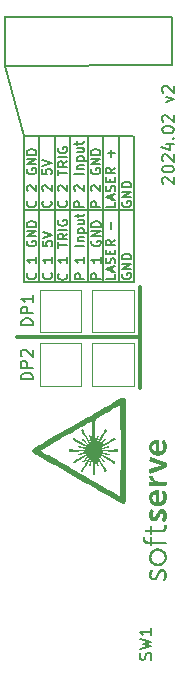
<source format=gbr>
%TF.GenerationSoftware,KiCad,Pcbnew,7.0.2*%
%TF.CreationDate,2024-02-16T13:22:18+02:00*%
%TF.ProjectId,dots_projector,646f7473-5f70-4726-9f6a-6563746f722e,rev?*%
%TF.SameCoordinates,Original*%
%TF.FileFunction,Legend,Top*%
%TF.FilePolarity,Positive*%
%FSLAX46Y46*%
G04 Gerber Fmt 4.6, Leading zero omitted, Abs format (unit mm)*
G04 Created by KiCad (PCBNEW 7.0.2) date 2024-02-16 13:22:18*
%MOMM*%
%LPD*%
G01*
G04 APERTURE LIST*
%ADD10C,0.150000*%
%ADD11C,0.300000*%
%ADD12C,0.200000*%
%ADD13C,0.100000*%
G04 APERTURE END LIST*
D10*
X76950000Y-80050000D02*
X75650000Y-80050000D01*
X75650000Y-86350000D02*
X76850000Y-86350000D01*
X81500000Y-74075000D02*
X81475000Y-69975000D01*
X76850000Y-86350000D02*
X76950000Y-86350000D01*
X76950000Y-92450000D02*
X75650000Y-92450000D01*
X75600000Y-80050000D02*
X69000000Y-80050000D01*
X68950000Y-92450000D02*
X68950000Y-80050000D01*
X67370000Y-69950000D02*
X67375000Y-74125000D01*
X76950000Y-86350000D02*
X76950000Y-92450000D01*
X75650000Y-92450000D02*
X68950000Y-92450000D01*
X75650000Y-80250000D02*
X75650000Y-80050000D01*
X78250000Y-86375000D02*
X78250000Y-92475000D01*
D11*
X78725000Y-97125000D02*
X78725000Y-92875000D01*
D10*
X75650000Y-80250000D02*
X75650000Y-92450000D01*
X67375000Y-74125000D02*
X81500000Y-74075000D01*
X76950000Y-86350000D02*
X78150000Y-86350000D01*
X67350000Y-69975000D02*
X81475000Y-69975000D01*
D11*
X78725000Y-97125000D02*
X78725000Y-101375000D01*
D10*
X78250000Y-86350000D02*
X78250000Y-80050000D01*
X77000000Y-80050000D02*
X78200000Y-80050000D01*
X74350000Y-80050000D02*
X74350000Y-92450000D01*
X71550000Y-80050000D02*
X71550000Y-92450000D01*
X76950000Y-86350000D02*
X76950000Y-80050000D01*
X68950000Y-80050000D02*
X67375000Y-74125000D01*
X75650000Y-80050000D02*
X75600000Y-80050000D01*
X78250000Y-92450000D02*
X76950000Y-92450000D01*
X75650000Y-86350000D02*
X68950000Y-86350000D01*
X72850000Y-80050000D02*
X72850000Y-92450000D01*
X70250000Y-80050000D02*
X70250000Y-92450000D01*
D11*
X78725000Y-97125000D02*
X68350000Y-97125000D01*
D10*
X75402095Y-86059523D02*
X74602095Y-86059523D01*
X74602095Y-86059523D02*
X74602095Y-85754761D01*
X74602095Y-85754761D02*
X74640190Y-85678571D01*
X74640190Y-85678571D02*
X74678285Y-85640476D01*
X74678285Y-85640476D02*
X74754476Y-85602380D01*
X74754476Y-85602380D02*
X74868761Y-85602380D01*
X74868761Y-85602380D02*
X74944952Y-85640476D01*
X74944952Y-85640476D02*
X74983047Y-85678571D01*
X74983047Y-85678571D02*
X75021142Y-85754761D01*
X75021142Y-85754761D02*
X75021142Y-86059523D01*
X74678285Y-84688095D02*
X74640190Y-84649999D01*
X74640190Y-84649999D02*
X74602095Y-84573809D01*
X74602095Y-84573809D02*
X74602095Y-84383333D01*
X74602095Y-84383333D02*
X74640190Y-84307142D01*
X74640190Y-84307142D02*
X74678285Y-84269047D01*
X74678285Y-84269047D02*
X74754476Y-84230952D01*
X74754476Y-84230952D02*
X74830666Y-84230952D01*
X74830666Y-84230952D02*
X74944952Y-84269047D01*
X74944952Y-84269047D02*
X75402095Y-84726190D01*
X75402095Y-84726190D02*
X75402095Y-84230952D01*
X74640190Y-82859523D02*
X74602095Y-82935713D01*
X74602095Y-82935713D02*
X74602095Y-83049999D01*
X74602095Y-83049999D02*
X74640190Y-83164285D01*
X74640190Y-83164285D02*
X74716380Y-83240475D01*
X74716380Y-83240475D02*
X74792571Y-83278570D01*
X74792571Y-83278570D02*
X74944952Y-83316666D01*
X74944952Y-83316666D02*
X75059238Y-83316666D01*
X75059238Y-83316666D02*
X75211619Y-83278570D01*
X75211619Y-83278570D02*
X75287809Y-83240475D01*
X75287809Y-83240475D02*
X75364000Y-83164285D01*
X75364000Y-83164285D02*
X75402095Y-83049999D01*
X75402095Y-83049999D02*
X75402095Y-82973808D01*
X75402095Y-82973808D02*
X75364000Y-82859523D01*
X75364000Y-82859523D02*
X75325904Y-82821427D01*
X75325904Y-82821427D02*
X75059238Y-82821427D01*
X75059238Y-82821427D02*
X75059238Y-82973808D01*
X75402095Y-82478570D02*
X74602095Y-82478570D01*
X74602095Y-82478570D02*
X75402095Y-82021427D01*
X75402095Y-82021427D02*
X74602095Y-82021427D01*
X75402095Y-81640475D02*
X74602095Y-81640475D01*
X74602095Y-81640475D02*
X74602095Y-81449999D01*
X74602095Y-81449999D02*
X74640190Y-81335713D01*
X74640190Y-81335713D02*
X74716380Y-81259523D01*
X74716380Y-81259523D02*
X74792571Y-81221428D01*
X74792571Y-81221428D02*
X74944952Y-81183332D01*
X74944952Y-81183332D02*
X75059238Y-81183332D01*
X75059238Y-81183332D02*
X75211619Y-81221428D01*
X75211619Y-81221428D02*
X75287809Y-81259523D01*
X75287809Y-81259523D02*
X75364000Y-81335713D01*
X75364000Y-81335713D02*
X75402095Y-81449999D01*
X75402095Y-81449999D02*
X75402095Y-81640475D01*
X71200904Y-85602380D02*
X71239000Y-85640476D01*
X71239000Y-85640476D02*
X71277095Y-85754761D01*
X71277095Y-85754761D02*
X71277095Y-85830952D01*
X71277095Y-85830952D02*
X71239000Y-85945238D01*
X71239000Y-85945238D02*
X71162809Y-86021428D01*
X71162809Y-86021428D02*
X71086619Y-86059523D01*
X71086619Y-86059523D02*
X70934238Y-86097619D01*
X70934238Y-86097619D02*
X70819952Y-86097619D01*
X70819952Y-86097619D02*
X70667571Y-86059523D01*
X70667571Y-86059523D02*
X70591380Y-86021428D01*
X70591380Y-86021428D02*
X70515190Y-85945238D01*
X70515190Y-85945238D02*
X70477095Y-85830952D01*
X70477095Y-85830952D02*
X70477095Y-85754761D01*
X70477095Y-85754761D02*
X70515190Y-85640476D01*
X70515190Y-85640476D02*
X70553285Y-85602380D01*
X70553285Y-84688095D02*
X70515190Y-84649999D01*
X70515190Y-84649999D02*
X70477095Y-84573809D01*
X70477095Y-84573809D02*
X70477095Y-84383333D01*
X70477095Y-84383333D02*
X70515190Y-84307142D01*
X70515190Y-84307142D02*
X70553285Y-84269047D01*
X70553285Y-84269047D02*
X70629476Y-84230952D01*
X70629476Y-84230952D02*
X70705666Y-84230952D01*
X70705666Y-84230952D02*
X70819952Y-84269047D01*
X70819952Y-84269047D02*
X71277095Y-84726190D01*
X71277095Y-84726190D02*
X71277095Y-84230952D01*
X70477095Y-82897618D02*
X70477095Y-83278570D01*
X70477095Y-83278570D02*
X70858047Y-83316666D01*
X70858047Y-83316666D02*
X70819952Y-83278570D01*
X70819952Y-83278570D02*
X70781857Y-83202380D01*
X70781857Y-83202380D02*
X70781857Y-83011904D01*
X70781857Y-83011904D02*
X70819952Y-82935713D01*
X70819952Y-82935713D02*
X70858047Y-82897618D01*
X70858047Y-82897618D02*
X70934238Y-82859523D01*
X70934238Y-82859523D02*
X71124714Y-82859523D01*
X71124714Y-82859523D02*
X71200904Y-82897618D01*
X71200904Y-82897618D02*
X71239000Y-82935713D01*
X71239000Y-82935713D02*
X71277095Y-83011904D01*
X71277095Y-83011904D02*
X71277095Y-83202380D01*
X71277095Y-83202380D02*
X71239000Y-83278570D01*
X71239000Y-83278570D02*
X71200904Y-83316666D01*
X70477095Y-82630951D02*
X71277095Y-82364284D01*
X71277095Y-82364284D02*
X70477095Y-82097618D01*
X75452095Y-92159523D02*
X74652095Y-92159523D01*
X74652095Y-92159523D02*
X74652095Y-91854761D01*
X74652095Y-91854761D02*
X74690190Y-91778571D01*
X74690190Y-91778571D02*
X74728285Y-91740476D01*
X74728285Y-91740476D02*
X74804476Y-91702380D01*
X74804476Y-91702380D02*
X74918761Y-91702380D01*
X74918761Y-91702380D02*
X74994952Y-91740476D01*
X74994952Y-91740476D02*
X75033047Y-91778571D01*
X75033047Y-91778571D02*
X75071142Y-91854761D01*
X75071142Y-91854761D02*
X75071142Y-92159523D01*
X75452095Y-90330952D02*
X75452095Y-90788095D01*
X75452095Y-90559523D02*
X74652095Y-90559523D01*
X74652095Y-90559523D02*
X74766380Y-90635714D01*
X74766380Y-90635714D02*
X74842571Y-90711904D01*
X74842571Y-90711904D02*
X74880666Y-90788095D01*
X74690190Y-88959523D02*
X74652095Y-89035713D01*
X74652095Y-89035713D02*
X74652095Y-89149999D01*
X74652095Y-89149999D02*
X74690190Y-89264285D01*
X74690190Y-89264285D02*
X74766380Y-89340475D01*
X74766380Y-89340475D02*
X74842571Y-89378570D01*
X74842571Y-89378570D02*
X74994952Y-89416666D01*
X74994952Y-89416666D02*
X75109238Y-89416666D01*
X75109238Y-89416666D02*
X75261619Y-89378570D01*
X75261619Y-89378570D02*
X75337809Y-89340475D01*
X75337809Y-89340475D02*
X75414000Y-89264285D01*
X75414000Y-89264285D02*
X75452095Y-89149999D01*
X75452095Y-89149999D02*
X75452095Y-89073808D01*
X75452095Y-89073808D02*
X75414000Y-88959523D01*
X75414000Y-88959523D02*
X75375904Y-88921427D01*
X75375904Y-88921427D02*
X75109238Y-88921427D01*
X75109238Y-88921427D02*
X75109238Y-89073808D01*
X75452095Y-88578570D02*
X74652095Y-88578570D01*
X74652095Y-88578570D02*
X75452095Y-88121427D01*
X75452095Y-88121427D02*
X74652095Y-88121427D01*
X75452095Y-87740475D02*
X74652095Y-87740475D01*
X74652095Y-87740475D02*
X74652095Y-87549999D01*
X74652095Y-87549999D02*
X74690190Y-87435713D01*
X74690190Y-87435713D02*
X74766380Y-87359523D01*
X74766380Y-87359523D02*
X74842571Y-87321428D01*
X74842571Y-87321428D02*
X74994952Y-87283332D01*
X74994952Y-87283332D02*
X75109238Y-87283332D01*
X75109238Y-87283332D02*
X75261619Y-87321428D01*
X75261619Y-87321428D02*
X75337809Y-87359523D01*
X75337809Y-87359523D02*
X75414000Y-87435713D01*
X75414000Y-87435713D02*
X75452095Y-87549999D01*
X75452095Y-87549999D02*
X75452095Y-87740475D01*
X76652095Y-91778571D02*
X76652095Y-92159523D01*
X76652095Y-92159523D02*
X75852095Y-92159523D01*
X76423523Y-91550000D02*
X76423523Y-91169047D01*
X76652095Y-91626190D02*
X75852095Y-91359523D01*
X75852095Y-91359523D02*
X76652095Y-91092857D01*
X76614000Y-90864286D02*
X76652095Y-90750000D01*
X76652095Y-90750000D02*
X76652095Y-90559524D01*
X76652095Y-90559524D02*
X76614000Y-90483333D01*
X76614000Y-90483333D02*
X76575904Y-90445238D01*
X76575904Y-90445238D02*
X76499714Y-90407143D01*
X76499714Y-90407143D02*
X76423523Y-90407143D01*
X76423523Y-90407143D02*
X76347333Y-90445238D01*
X76347333Y-90445238D02*
X76309238Y-90483333D01*
X76309238Y-90483333D02*
X76271142Y-90559524D01*
X76271142Y-90559524D02*
X76233047Y-90711905D01*
X76233047Y-90711905D02*
X76194952Y-90788095D01*
X76194952Y-90788095D02*
X76156857Y-90826190D01*
X76156857Y-90826190D02*
X76080666Y-90864286D01*
X76080666Y-90864286D02*
X76004476Y-90864286D01*
X76004476Y-90864286D02*
X75928285Y-90826190D01*
X75928285Y-90826190D02*
X75890190Y-90788095D01*
X75890190Y-90788095D02*
X75852095Y-90711905D01*
X75852095Y-90711905D02*
X75852095Y-90521428D01*
X75852095Y-90521428D02*
X75890190Y-90407143D01*
X76233047Y-90064285D02*
X76233047Y-89797619D01*
X76652095Y-89683333D02*
X76652095Y-90064285D01*
X76652095Y-90064285D02*
X75852095Y-90064285D01*
X75852095Y-90064285D02*
X75852095Y-89683333D01*
X76652095Y-88883332D02*
X76271142Y-89149999D01*
X76652095Y-89340475D02*
X75852095Y-89340475D01*
X75852095Y-89340475D02*
X75852095Y-89035713D01*
X75852095Y-89035713D02*
X75890190Y-88959523D01*
X75890190Y-88959523D02*
X75928285Y-88921428D01*
X75928285Y-88921428D02*
X76004476Y-88883332D01*
X76004476Y-88883332D02*
X76118761Y-88883332D01*
X76118761Y-88883332D02*
X76194952Y-88921428D01*
X76194952Y-88921428D02*
X76233047Y-88959523D01*
X76233047Y-88959523D02*
X76271142Y-89035713D01*
X76271142Y-89035713D02*
X76271142Y-89340475D01*
X76347333Y-87930951D02*
X76347333Y-87321428D01*
X69925904Y-91702380D02*
X69964000Y-91740476D01*
X69964000Y-91740476D02*
X70002095Y-91854761D01*
X70002095Y-91854761D02*
X70002095Y-91930952D01*
X70002095Y-91930952D02*
X69964000Y-92045238D01*
X69964000Y-92045238D02*
X69887809Y-92121428D01*
X69887809Y-92121428D02*
X69811619Y-92159523D01*
X69811619Y-92159523D02*
X69659238Y-92197619D01*
X69659238Y-92197619D02*
X69544952Y-92197619D01*
X69544952Y-92197619D02*
X69392571Y-92159523D01*
X69392571Y-92159523D02*
X69316380Y-92121428D01*
X69316380Y-92121428D02*
X69240190Y-92045238D01*
X69240190Y-92045238D02*
X69202095Y-91930952D01*
X69202095Y-91930952D02*
X69202095Y-91854761D01*
X69202095Y-91854761D02*
X69240190Y-91740476D01*
X69240190Y-91740476D02*
X69278285Y-91702380D01*
X70002095Y-90330952D02*
X70002095Y-90788095D01*
X70002095Y-90559523D02*
X69202095Y-90559523D01*
X69202095Y-90559523D02*
X69316380Y-90635714D01*
X69316380Y-90635714D02*
X69392571Y-90711904D01*
X69392571Y-90711904D02*
X69430666Y-90788095D01*
X69240190Y-88959523D02*
X69202095Y-89035713D01*
X69202095Y-89035713D02*
X69202095Y-89149999D01*
X69202095Y-89149999D02*
X69240190Y-89264285D01*
X69240190Y-89264285D02*
X69316380Y-89340475D01*
X69316380Y-89340475D02*
X69392571Y-89378570D01*
X69392571Y-89378570D02*
X69544952Y-89416666D01*
X69544952Y-89416666D02*
X69659238Y-89416666D01*
X69659238Y-89416666D02*
X69811619Y-89378570D01*
X69811619Y-89378570D02*
X69887809Y-89340475D01*
X69887809Y-89340475D02*
X69964000Y-89264285D01*
X69964000Y-89264285D02*
X70002095Y-89149999D01*
X70002095Y-89149999D02*
X70002095Y-89073808D01*
X70002095Y-89073808D02*
X69964000Y-88959523D01*
X69964000Y-88959523D02*
X69925904Y-88921427D01*
X69925904Y-88921427D02*
X69659238Y-88921427D01*
X69659238Y-88921427D02*
X69659238Y-89073808D01*
X70002095Y-88578570D02*
X69202095Y-88578570D01*
X69202095Y-88578570D02*
X70002095Y-88121427D01*
X70002095Y-88121427D02*
X69202095Y-88121427D01*
X70002095Y-87740475D02*
X69202095Y-87740475D01*
X69202095Y-87740475D02*
X69202095Y-87549999D01*
X69202095Y-87549999D02*
X69240190Y-87435713D01*
X69240190Y-87435713D02*
X69316380Y-87359523D01*
X69316380Y-87359523D02*
X69392571Y-87321428D01*
X69392571Y-87321428D02*
X69544952Y-87283332D01*
X69544952Y-87283332D02*
X69659238Y-87283332D01*
X69659238Y-87283332D02*
X69811619Y-87321428D01*
X69811619Y-87321428D02*
X69887809Y-87359523D01*
X69887809Y-87359523D02*
X69964000Y-87435713D01*
X69964000Y-87435713D02*
X70002095Y-87549999D01*
X70002095Y-87549999D02*
X70002095Y-87740475D01*
D12*
X79680000Y-124409523D02*
X79727619Y-124266666D01*
X79727619Y-124266666D02*
X79727619Y-124028571D01*
X79727619Y-124028571D02*
X79680000Y-123933333D01*
X79680000Y-123933333D02*
X79632380Y-123885714D01*
X79632380Y-123885714D02*
X79537142Y-123838095D01*
X79537142Y-123838095D02*
X79441904Y-123838095D01*
X79441904Y-123838095D02*
X79346666Y-123885714D01*
X79346666Y-123885714D02*
X79299047Y-123933333D01*
X79299047Y-123933333D02*
X79251428Y-124028571D01*
X79251428Y-124028571D02*
X79203809Y-124219047D01*
X79203809Y-124219047D02*
X79156190Y-124314285D01*
X79156190Y-124314285D02*
X79108571Y-124361904D01*
X79108571Y-124361904D02*
X79013333Y-124409523D01*
X79013333Y-124409523D02*
X78918095Y-124409523D01*
X78918095Y-124409523D02*
X78822857Y-124361904D01*
X78822857Y-124361904D02*
X78775238Y-124314285D01*
X78775238Y-124314285D02*
X78727619Y-124219047D01*
X78727619Y-124219047D02*
X78727619Y-123980952D01*
X78727619Y-123980952D02*
X78775238Y-123838095D01*
X78727619Y-123504761D02*
X79727619Y-123266666D01*
X79727619Y-123266666D02*
X79013333Y-123076190D01*
X79013333Y-123076190D02*
X79727619Y-122885714D01*
X79727619Y-122885714D02*
X78727619Y-122647619D01*
X79727619Y-121742857D02*
X79727619Y-122314285D01*
X79727619Y-122028571D02*
X78727619Y-122028571D01*
X78727619Y-122028571D02*
X78870476Y-122123809D01*
X78870476Y-122123809D02*
X78965714Y-122219047D01*
X78965714Y-122219047D02*
X79013333Y-122314285D01*
D10*
X72550904Y-91727380D02*
X72589000Y-91765476D01*
X72589000Y-91765476D02*
X72627095Y-91879761D01*
X72627095Y-91879761D02*
X72627095Y-91955952D01*
X72627095Y-91955952D02*
X72589000Y-92070238D01*
X72589000Y-92070238D02*
X72512809Y-92146428D01*
X72512809Y-92146428D02*
X72436619Y-92184523D01*
X72436619Y-92184523D02*
X72284238Y-92222619D01*
X72284238Y-92222619D02*
X72169952Y-92222619D01*
X72169952Y-92222619D02*
X72017571Y-92184523D01*
X72017571Y-92184523D02*
X71941380Y-92146428D01*
X71941380Y-92146428D02*
X71865190Y-92070238D01*
X71865190Y-92070238D02*
X71827095Y-91955952D01*
X71827095Y-91955952D02*
X71827095Y-91879761D01*
X71827095Y-91879761D02*
X71865190Y-91765476D01*
X71865190Y-91765476D02*
X71903285Y-91727380D01*
X72627095Y-90355952D02*
X72627095Y-90813095D01*
X72627095Y-90584523D02*
X71827095Y-90584523D01*
X71827095Y-90584523D02*
X71941380Y-90660714D01*
X71941380Y-90660714D02*
X72017571Y-90736904D01*
X72017571Y-90736904D02*
X72055666Y-90813095D01*
X71827095Y-89517856D02*
X71827095Y-89060713D01*
X72627095Y-89289285D02*
X71827095Y-89289285D01*
X72627095Y-88336903D02*
X72246142Y-88603570D01*
X72627095Y-88794046D02*
X71827095Y-88794046D01*
X71827095Y-88794046D02*
X71827095Y-88489284D01*
X71827095Y-88489284D02*
X71865190Y-88413094D01*
X71865190Y-88413094D02*
X71903285Y-88374999D01*
X71903285Y-88374999D02*
X71979476Y-88336903D01*
X71979476Y-88336903D02*
X72093761Y-88336903D01*
X72093761Y-88336903D02*
X72169952Y-88374999D01*
X72169952Y-88374999D02*
X72208047Y-88413094D01*
X72208047Y-88413094D02*
X72246142Y-88489284D01*
X72246142Y-88489284D02*
X72246142Y-88794046D01*
X72627095Y-87994046D02*
X71827095Y-87994046D01*
X71865190Y-87194047D02*
X71827095Y-87270237D01*
X71827095Y-87270237D02*
X71827095Y-87384523D01*
X71827095Y-87384523D02*
X71865190Y-87498809D01*
X71865190Y-87498809D02*
X71941380Y-87574999D01*
X71941380Y-87574999D02*
X72017571Y-87613094D01*
X72017571Y-87613094D02*
X72169952Y-87651190D01*
X72169952Y-87651190D02*
X72284238Y-87651190D01*
X72284238Y-87651190D02*
X72436619Y-87613094D01*
X72436619Y-87613094D02*
X72512809Y-87574999D01*
X72512809Y-87574999D02*
X72589000Y-87498809D01*
X72589000Y-87498809D02*
X72627095Y-87384523D01*
X72627095Y-87384523D02*
X72627095Y-87308332D01*
X72627095Y-87308332D02*
X72589000Y-87194047D01*
X72589000Y-87194047D02*
X72550904Y-87155951D01*
X72550904Y-87155951D02*
X72284238Y-87155951D01*
X72284238Y-87155951D02*
X72284238Y-87308332D01*
D12*
X80722857Y-84109523D02*
X80675238Y-84061904D01*
X80675238Y-84061904D02*
X80627619Y-83966666D01*
X80627619Y-83966666D02*
X80627619Y-83728571D01*
X80627619Y-83728571D02*
X80675238Y-83633333D01*
X80675238Y-83633333D02*
X80722857Y-83585714D01*
X80722857Y-83585714D02*
X80818095Y-83538095D01*
X80818095Y-83538095D02*
X80913333Y-83538095D01*
X80913333Y-83538095D02*
X81056190Y-83585714D01*
X81056190Y-83585714D02*
X81627619Y-84157142D01*
X81627619Y-84157142D02*
X81627619Y-83538095D01*
X80627619Y-82919047D02*
X80627619Y-82823809D01*
X80627619Y-82823809D02*
X80675238Y-82728571D01*
X80675238Y-82728571D02*
X80722857Y-82680952D01*
X80722857Y-82680952D02*
X80818095Y-82633333D01*
X80818095Y-82633333D02*
X81008571Y-82585714D01*
X81008571Y-82585714D02*
X81246666Y-82585714D01*
X81246666Y-82585714D02*
X81437142Y-82633333D01*
X81437142Y-82633333D02*
X81532380Y-82680952D01*
X81532380Y-82680952D02*
X81580000Y-82728571D01*
X81580000Y-82728571D02*
X81627619Y-82823809D01*
X81627619Y-82823809D02*
X81627619Y-82919047D01*
X81627619Y-82919047D02*
X81580000Y-83014285D01*
X81580000Y-83014285D02*
X81532380Y-83061904D01*
X81532380Y-83061904D02*
X81437142Y-83109523D01*
X81437142Y-83109523D02*
X81246666Y-83157142D01*
X81246666Y-83157142D02*
X81008571Y-83157142D01*
X81008571Y-83157142D02*
X80818095Y-83109523D01*
X80818095Y-83109523D02*
X80722857Y-83061904D01*
X80722857Y-83061904D02*
X80675238Y-83014285D01*
X80675238Y-83014285D02*
X80627619Y-82919047D01*
X80722857Y-82204761D02*
X80675238Y-82157142D01*
X80675238Y-82157142D02*
X80627619Y-82061904D01*
X80627619Y-82061904D02*
X80627619Y-81823809D01*
X80627619Y-81823809D02*
X80675238Y-81728571D01*
X80675238Y-81728571D02*
X80722857Y-81680952D01*
X80722857Y-81680952D02*
X80818095Y-81633333D01*
X80818095Y-81633333D02*
X80913333Y-81633333D01*
X80913333Y-81633333D02*
X81056190Y-81680952D01*
X81056190Y-81680952D02*
X81627619Y-82252380D01*
X81627619Y-82252380D02*
X81627619Y-81633333D01*
X80960952Y-80776190D02*
X81627619Y-80776190D01*
X80580000Y-81014285D02*
X81294285Y-81252380D01*
X81294285Y-81252380D02*
X81294285Y-80633333D01*
X81532380Y-80252380D02*
X81580000Y-80204761D01*
X81580000Y-80204761D02*
X81627619Y-80252380D01*
X81627619Y-80252380D02*
X81580000Y-80299999D01*
X81580000Y-80299999D02*
X81532380Y-80252380D01*
X81532380Y-80252380D02*
X81627619Y-80252380D01*
X80627619Y-79585714D02*
X80627619Y-79490476D01*
X80627619Y-79490476D02*
X80675238Y-79395238D01*
X80675238Y-79395238D02*
X80722857Y-79347619D01*
X80722857Y-79347619D02*
X80818095Y-79300000D01*
X80818095Y-79300000D02*
X81008571Y-79252381D01*
X81008571Y-79252381D02*
X81246666Y-79252381D01*
X81246666Y-79252381D02*
X81437142Y-79300000D01*
X81437142Y-79300000D02*
X81532380Y-79347619D01*
X81532380Y-79347619D02*
X81580000Y-79395238D01*
X81580000Y-79395238D02*
X81627619Y-79490476D01*
X81627619Y-79490476D02*
X81627619Y-79585714D01*
X81627619Y-79585714D02*
X81580000Y-79680952D01*
X81580000Y-79680952D02*
X81532380Y-79728571D01*
X81532380Y-79728571D02*
X81437142Y-79776190D01*
X81437142Y-79776190D02*
X81246666Y-79823809D01*
X81246666Y-79823809D02*
X81008571Y-79823809D01*
X81008571Y-79823809D02*
X80818095Y-79776190D01*
X80818095Y-79776190D02*
X80722857Y-79728571D01*
X80722857Y-79728571D02*
X80675238Y-79680952D01*
X80675238Y-79680952D02*
X80627619Y-79585714D01*
X80722857Y-78871428D02*
X80675238Y-78823809D01*
X80675238Y-78823809D02*
X80627619Y-78728571D01*
X80627619Y-78728571D02*
X80627619Y-78490476D01*
X80627619Y-78490476D02*
X80675238Y-78395238D01*
X80675238Y-78395238D02*
X80722857Y-78347619D01*
X80722857Y-78347619D02*
X80818095Y-78300000D01*
X80818095Y-78300000D02*
X80913333Y-78300000D01*
X80913333Y-78300000D02*
X81056190Y-78347619D01*
X81056190Y-78347619D02*
X81627619Y-78919047D01*
X81627619Y-78919047D02*
X81627619Y-78300000D01*
X80960952Y-77204761D02*
X81627619Y-76966666D01*
X81627619Y-76966666D02*
X80960952Y-76728571D01*
X80722857Y-76395237D02*
X80675238Y-76347618D01*
X80675238Y-76347618D02*
X80627619Y-76252380D01*
X80627619Y-76252380D02*
X80627619Y-76014285D01*
X80627619Y-76014285D02*
X80675238Y-75919047D01*
X80675238Y-75919047D02*
X80722857Y-75871428D01*
X80722857Y-75871428D02*
X80818095Y-75823809D01*
X80818095Y-75823809D02*
X80913333Y-75823809D01*
X80913333Y-75823809D02*
X81056190Y-75871428D01*
X81056190Y-75871428D02*
X81627619Y-76442856D01*
X81627619Y-76442856D02*
X81627619Y-75823809D01*
D10*
X77265190Y-85640476D02*
X77227095Y-85716666D01*
X77227095Y-85716666D02*
X77227095Y-85830952D01*
X77227095Y-85830952D02*
X77265190Y-85945238D01*
X77265190Y-85945238D02*
X77341380Y-86021428D01*
X77341380Y-86021428D02*
X77417571Y-86059523D01*
X77417571Y-86059523D02*
X77569952Y-86097619D01*
X77569952Y-86097619D02*
X77684238Y-86097619D01*
X77684238Y-86097619D02*
X77836619Y-86059523D01*
X77836619Y-86059523D02*
X77912809Y-86021428D01*
X77912809Y-86021428D02*
X77989000Y-85945238D01*
X77989000Y-85945238D02*
X78027095Y-85830952D01*
X78027095Y-85830952D02*
X78027095Y-85754761D01*
X78027095Y-85754761D02*
X77989000Y-85640476D01*
X77989000Y-85640476D02*
X77950904Y-85602380D01*
X77950904Y-85602380D02*
X77684238Y-85602380D01*
X77684238Y-85602380D02*
X77684238Y-85754761D01*
X78027095Y-85259523D02*
X77227095Y-85259523D01*
X77227095Y-85259523D02*
X78027095Y-84802380D01*
X78027095Y-84802380D02*
X77227095Y-84802380D01*
X78027095Y-84421428D02*
X77227095Y-84421428D01*
X77227095Y-84421428D02*
X77227095Y-84230952D01*
X77227095Y-84230952D02*
X77265190Y-84116666D01*
X77265190Y-84116666D02*
X77341380Y-84040476D01*
X77341380Y-84040476D02*
X77417571Y-84002381D01*
X77417571Y-84002381D02*
X77569952Y-83964285D01*
X77569952Y-83964285D02*
X77684238Y-83964285D01*
X77684238Y-83964285D02*
X77836619Y-84002381D01*
X77836619Y-84002381D02*
X77912809Y-84040476D01*
X77912809Y-84040476D02*
X77989000Y-84116666D01*
X77989000Y-84116666D02*
X78027095Y-84230952D01*
X78027095Y-84230952D02*
X78027095Y-84421428D01*
X76652095Y-85678571D02*
X76652095Y-86059523D01*
X76652095Y-86059523D02*
X75852095Y-86059523D01*
X76423523Y-85450000D02*
X76423523Y-85069047D01*
X76652095Y-85526190D02*
X75852095Y-85259523D01*
X75852095Y-85259523D02*
X76652095Y-84992857D01*
X76614000Y-84764286D02*
X76652095Y-84650000D01*
X76652095Y-84650000D02*
X76652095Y-84459524D01*
X76652095Y-84459524D02*
X76614000Y-84383333D01*
X76614000Y-84383333D02*
X76575904Y-84345238D01*
X76575904Y-84345238D02*
X76499714Y-84307143D01*
X76499714Y-84307143D02*
X76423523Y-84307143D01*
X76423523Y-84307143D02*
X76347333Y-84345238D01*
X76347333Y-84345238D02*
X76309238Y-84383333D01*
X76309238Y-84383333D02*
X76271142Y-84459524D01*
X76271142Y-84459524D02*
X76233047Y-84611905D01*
X76233047Y-84611905D02*
X76194952Y-84688095D01*
X76194952Y-84688095D02*
X76156857Y-84726190D01*
X76156857Y-84726190D02*
X76080666Y-84764286D01*
X76080666Y-84764286D02*
X76004476Y-84764286D01*
X76004476Y-84764286D02*
X75928285Y-84726190D01*
X75928285Y-84726190D02*
X75890190Y-84688095D01*
X75890190Y-84688095D02*
X75852095Y-84611905D01*
X75852095Y-84611905D02*
X75852095Y-84421428D01*
X75852095Y-84421428D02*
X75890190Y-84307143D01*
X76233047Y-83964285D02*
X76233047Y-83697619D01*
X76652095Y-83583333D02*
X76652095Y-83964285D01*
X76652095Y-83964285D02*
X75852095Y-83964285D01*
X75852095Y-83964285D02*
X75852095Y-83583333D01*
X76652095Y-82783332D02*
X76271142Y-83049999D01*
X76652095Y-83240475D02*
X75852095Y-83240475D01*
X75852095Y-83240475D02*
X75852095Y-82935713D01*
X75852095Y-82935713D02*
X75890190Y-82859523D01*
X75890190Y-82859523D02*
X75928285Y-82821428D01*
X75928285Y-82821428D02*
X76004476Y-82783332D01*
X76004476Y-82783332D02*
X76118761Y-82783332D01*
X76118761Y-82783332D02*
X76194952Y-82821428D01*
X76194952Y-82821428D02*
X76233047Y-82859523D01*
X76233047Y-82859523D02*
X76271142Y-82935713D01*
X76271142Y-82935713D02*
X76271142Y-83240475D01*
X76347333Y-81830951D02*
X76347333Y-81221428D01*
X76652095Y-81526189D02*
X76042571Y-81526189D01*
X69925904Y-85602380D02*
X69964000Y-85640476D01*
X69964000Y-85640476D02*
X70002095Y-85754761D01*
X70002095Y-85754761D02*
X70002095Y-85830952D01*
X70002095Y-85830952D02*
X69964000Y-85945238D01*
X69964000Y-85945238D02*
X69887809Y-86021428D01*
X69887809Y-86021428D02*
X69811619Y-86059523D01*
X69811619Y-86059523D02*
X69659238Y-86097619D01*
X69659238Y-86097619D02*
X69544952Y-86097619D01*
X69544952Y-86097619D02*
X69392571Y-86059523D01*
X69392571Y-86059523D02*
X69316380Y-86021428D01*
X69316380Y-86021428D02*
X69240190Y-85945238D01*
X69240190Y-85945238D02*
X69202095Y-85830952D01*
X69202095Y-85830952D02*
X69202095Y-85754761D01*
X69202095Y-85754761D02*
X69240190Y-85640476D01*
X69240190Y-85640476D02*
X69278285Y-85602380D01*
X69278285Y-84688095D02*
X69240190Y-84649999D01*
X69240190Y-84649999D02*
X69202095Y-84573809D01*
X69202095Y-84573809D02*
X69202095Y-84383333D01*
X69202095Y-84383333D02*
X69240190Y-84307142D01*
X69240190Y-84307142D02*
X69278285Y-84269047D01*
X69278285Y-84269047D02*
X69354476Y-84230952D01*
X69354476Y-84230952D02*
X69430666Y-84230952D01*
X69430666Y-84230952D02*
X69544952Y-84269047D01*
X69544952Y-84269047D02*
X70002095Y-84726190D01*
X70002095Y-84726190D02*
X70002095Y-84230952D01*
X69240190Y-82859523D02*
X69202095Y-82935713D01*
X69202095Y-82935713D02*
X69202095Y-83049999D01*
X69202095Y-83049999D02*
X69240190Y-83164285D01*
X69240190Y-83164285D02*
X69316380Y-83240475D01*
X69316380Y-83240475D02*
X69392571Y-83278570D01*
X69392571Y-83278570D02*
X69544952Y-83316666D01*
X69544952Y-83316666D02*
X69659238Y-83316666D01*
X69659238Y-83316666D02*
X69811619Y-83278570D01*
X69811619Y-83278570D02*
X69887809Y-83240475D01*
X69887809Y-83240475D02*
X69964000Y-83164285D01*
X69964000Y-83164285D02*
X70002095Y-83049999D01*
X70002095Y-83049999D02*
X70002095Y-82973808D01*
X70002095Y-82973808D02*
X69964000Y-82859523D01*
X69964000Y-82859523D02*
X69925904Y-82821427D01*
X69925904Y-82821427D02*
X69659238Y-82821427D01*
X69659238Y-82821427D02*
X69659238Y-82973808D01*
X70002095Y-82478570D02*
X69202095Y-82478570D01*
X69202095Y-82478570D02*
X70002095Y-82021427D01*
X70002095Y-82021427D02*
X69202095Y-82021427D01*
X70002095Y-81640475D02*
X69202095Y-81640475D01*
X69202095Y-81640475D02*
X69202095Y-81449999D01*
X69202095Y-81449999D02*
X69240190Y-81335713D01*
X69240190Y-81335713D02*
X69316380Y-81259523D01*
X69316380Y-81259523D02*
X69392571Y-81221428D01*
X69392571Y-81221428D02*
X69544952Y-81183332D01*
X69544952Y-81183332D02*
X69659238Y-81183332D01*
X69659238Y-81183332D02*
X69811619Y-81221428D01*
X69811619Y-81221428D02*
X69887809Y-81259523D01*
X69887809Y-81259523D02*
X69964000Y-81335713D01*
X69964000Y-81335713D02*
X70002095Y-81449999D01*
X70002095Y-81449999D02*
X70002095Y-81640475D01*
D12*
X69702619Y-96086904D02*
X68702619Y-96086904D01*
X68702619Y-96086904D02*
X68702619Y-95848809D01*
X68702619Y-95848809D02*
X68750238Y-95705952D01*
X68750238Y-95705952D02*
X68845476Y-95610714D01*
X68845476Y-95610714D02*
X68940714Y-95563095D01*
X68940714Y-95563095D02*
X69131190Y-95515476D01*
X69131190Y-95515476D02*
X69274047Y-95515476D01*
X69274047Y-95515476D02*
X69464523Y-95563095D01*
X69464523Y-95563095D02*
X69559761Y-95610714D01*
X69559761Y-95610714D02*
X69655000Y-95705952D01*
X69655000Y-95705952D02*
X69702619Y-95848809D01*
X69702619Y-95848809D02*
X69702619Y-96086904D01*
X69702619Y-95086904D02*
X68702619Y-95086904D01*
X68702619Y-95086904D02*
X68702619Y-94705952D01*
X68702619Y-94705952D02*
X68750238Y-94610714D01*
X68750238Y-94610714D02*
X68797857Y-94563095D01*
X68797857Y-94563095D02*
X68893095Y-94515476D01*
X68893095Y-94515476D02*
X69035952Y-94515476D01*
X69035952Y-94515476D02*
X69131190Y-94563095D01*
X69131190Y-94563095D02*
X69178809Y-94610714D01*
X69178809Y-94610714D02*
X69226428Y-94705952D01*
X69226428Y-94705952D02*
X69226428Y-95086904D01*
X69702619Y-93563095D02*
X69702619Y-94134523D01*
X69702619Y-93848809D02*
X68702619Y-93848809D01*
X68702619Y-93848809D02*
X68845476Y-93944047D01*
X68845476Y-93944047D02*
X68940714Y-94039285D01*
X68940714Y-94039285D02*
X68988333Y-94134523D01*
D10*
X77240190Y-91740476D02*
X77202095Y-91816666D01*
X77202095Y-91816666D02*
X77202095Y-91930952D01*
X77202095Y-91930952D02*
X77240190Y-92045238D01*
X77240190Y-92045238D02*
X77316380Y-92121428D01*
X77316380Y-92121428D02*
X77392571Y-92159523D01*
X77392571Y-92159523D02*
X77544952Y-92197619D01*
X77544952Y-92197619D02*
X77659238Y-92197619D01*
X77659238Y-92197619D02*
X77811619Y-92159523D01*
X77811619Y-92159523D02*
X77887809Y-92121428D01*
X77887809Y-92121428D02*
X77964000Y-92045238D01*
X77964000Y-92045238D02*
X78002095Y-91930952D01*
X78002095Y-91930952D02*
X78002095Y-91854761D01*
X78002095Y-91854761D02*
X77964000Y-91740476D01*
X77964000Y-91740476D02*
X77925904Y-91702380D01*
X77925904Y-91702380D02*
X77659238Y-91702380D01*
X77659238Y-91702380D02*
X77659238Y-91854761D01*
X78002095Y-91359523D02*
X77202095Y-91359523D01*
X77202095Y-91359523D02*
X78002095Y-90902380D01*
X78002095Y-90902380D02*
X77202095Y-90902380D01*
X78002095Y-90521428D02*
X77202095Y-90521428D01*
X77202095Y-90521428D02*
X77202095Y-90330952D01*
X77202095Y-90330952D02*
X77240190Y-90216666D01*
X77240190Y-90216666D02*
X77316380Y-90140476D01*
X77316380Y-90140476D02*
X77392571Y-90102381D01*
X77392571Y-90102381D02*
X77544952Y-90064285D01*
X77544952Y-90064285D02*
X77659238Y-90064285D01*
X77659238Y-90064285D02*
X77811619Y-90102381D01*
X77811619Y-90102381D02*
X77887809Y-90140476D01*
X77887809Y-90140476D02*
X77964000Y-90216666D01*
X77964000Y-90216666D02*
X78002095Y-90330952D01*
X78002095Y-90330952D02*
X78002095Y-90521428D01*
X74002095Y-86059523D02*
X73202095Y-86059523D01*
X73202095Y-86059523D02*
X73202095Y-85754761D01*
X73202095Y-85754761D02*
X73240190Y-85678571D01*
X73240190Y-85678571D02*
X73278285Y-85640476D01*
X73278285Y-85640476D02*
X73354476Y-85602380D01*
X73354476Y-85602380D02*
X73468761Y-85602380D01*
X73468761Y-85602380D02*
X73544952Y-85640476D01*
X73544952Y-85640476D02*
X73583047Y-85678571D01*
X73583047Y-85678571D02*
X73621142Y-85754761D01*
X73621142Y-85754761D02*
X73621142Y-86059523D01*
X73278285Y-84688095D02*
X73240190Y-84649999D01*
X73240190Y-84649999D02*
X73202095Y-84573809D01*
X73202095Y-84573809D02*
X73202095Y-84383333D01*
X73202095Y-84383333D02*
X73240190Y-84307142D01*
X73240190Y-84307142D02*
X73278285Y-84269047D01*
X73278285Y-84269047D02*
X73354476Y-84230952D01*
X73354476Y-84230952D02*
X73430666Y-84230952D01*
X73430666Y-84230952D02*
X73544952Y-84269047D01*
X73544952Y-84269047D02*
X74002095Y-84726190D01*
X74002095Y-84726190D02*
X74002095Y-84230952D01*
X74002095Y-83278570D02*
X73202095Y-83278570D01*
X73468761Y-82897618D02*
X74002095Y-82897618D01*
X73544952Y-82897618D02*
X73506857Y-82859523D01*
X73506857Y-82859523D02*
X73468761Y-82783333D01*
X73468761Y-82783333D02*
X73468761Y-82669047D01*
X73468761Y-82669047D02*
X73506857Y-82592856D01*
X73506857Y-82592856D02*
X73583047Y-82554761D01*
X73583047Y-82554761D02*
X74002095Y-82554761D01*
X73468761Y-82173808D02*
X74268761Y-82173808D01*
X73506857Y-82173808D02*
X73468761Y-82097618D01*
X73468761Y-82097618D02*
X73468761Y-81945237D01*
X73468761Y-81945237D02*
X73506857Y-81869046D01*
X73506857Y-81869046D02*
X73544952Y-81830951D01*
X73544952Y-81830951D02*
X73621142Y-81792856D01*
X73621142Y-81792856D02*
X73849714Y-81792856D01*
X73849714Y-81792856D02*
X73925904Y-81830951D01*
X73925904Y-81830951D02*
X73964000Y-81869046D01*
X73964000Y-81869046D02*
X74002095Y-81945237D01*
X74002095Y-81945237D02*
X74002095Y-82097618D01*
X74002095Y-82097618D02*
X73964000Y-82173808D01*
X73468761Y-81107141D02*
X74002095Y-81107141D01*
X73468761Y-81449998D02*
X73887809Y-81449998D01*
X73887809Y-81449998D02*
X73964000Y-81411903D01*
X73964000Y-81411903D02*
X74002095Y-81335713D01*
X74002095Y-81335713D02*
X74002095Y-81221427D01*
X74002095Y-81221427D02*
X73964000Y-81145236D01*
X73964000Y-81145236D02*
X73925904Y-81107141D01*
X73468761Y-80840474D02*
X73468761Y-80535712D01*
X73202095Y-80726188D02*
X73887809Y-80726188D01*
X73887809Y-80726188D02*
X73964000Y-80688093D01*
X73964000Y-80688093D02*
X74002095Y-80611903D01*
X74002095Y-80611903D02*
X74002095Y-80535712D01*
X74052095Y-92159523D02*
X73252095Y-92159523D01*
X73252095Y-92159523D02*
X73252095Y-91854761D01*
X73252095Y-91854761D02*
X73290190Y-91778571D01*
X73290190Y-91778571D02*
X73328285Y-91740476D01*
X73328285Y-91740476D02*
X73404476Y-91702380D01*
X73404476Y-91702380D02*
X73518761Y-91702380D01*
X73518761Y-91702380D02*
X73594952Y-91740476D01*
X73594952Y-91740476D02*
X73633047Y-91778571D01*
X73633047Y-91778571D02*
X73671142Y-91854761D01*
X73671142Y-91854761D02*
X73671142Y-92159523D01*
X74052095Y-90330952D02*
X74052095Y-90788095D01*
X74052095Y-90559523D02*
X73252095Y-90559523D01*
X73252095Y-90559523D02*
X73366380Y-90635714D01*
X73366380Y-90635714D02*
X73442571Y-90711904D01*
X73442571Y-90711904D02*
X73480666Y-90788095D01*
X74052095Y-89378570D02*
X73252095Y-89378570D01*
X73518761Y-88997618D02*
X74052095Y-88997618D01*
X73594952Y-88997618D02*
X73556857Y-88959523D01*
X73556857Y-88959523D02*
X73518761Y-88883333D01*
X73518761Y-88883333D02*
X73518761Y-88769047D01*
X73518761Y-88769047D02*
X73556857Y-88692856D01*
X73556857Y-88692856D02*
X73633047Y-88654761D01*
X73633047Y-88654761D02*
X74052095Y-88654761D01*
X73518761Y-88273808D02*
X74318761Y-88273808D01*
X73556857Y-88273808D02*
X73518761Y-88197618D01*
X73518761Y-88197618D02*
X73518761Y-88045237D01*
X73518761Y-88045237D02*
X73556857Y-87969046D01*
X73556857Y-87969046D02*
X73594952Y-87930951D01*
X73594952Y-87930951D02*
X73671142Y-87892856D01*
X73671142Y-87892856D02*
X73899714Y-87892856D01*
X73899714Y-87892856D02*
X73975904Y-87930951D01*
X73975904Y-87930951D02*
X74014000Y-87969046D01*
X74014000Y-87969046D02*
X74052095Y-88045237D01*
X74052095Y-88045237D02*
X74052095Y-88197618D01*
X74052095Y-88197618D02*
X74014000Y-88273808D01*
X73518761Y-87207141D02*
X74052095Y-87207141D01*
X73518761Y-87549998D02*
X73937809Y-87549998D01*
X73937809Y-87549998D02*
X74014000Y-87511903D01*
X74014000Y-87511903D02*
X74052095Y-87435713D01*
X74052095Y-87435713D02*
X74052095Y-87321427D01*
X74052095Y-87321427D02*
X74014000Y-87245236D01*
X74014000Y-87245236D02*
X73975904Y-87207141D01*
X73518761Y-86940474D02*
X73518761Y-86635712D01*
X73252095Y-86826188D02*
X73937809Y-86826188D01*
X73937809Y-86826188D02*
X74014000Y-86788093D01*
X74014000Y-86788093D02*
X74052095Y-86711903D01*
X74052095Y-86711903D02*
X74052095Y-86635712D01*
X71250904Y-91702380D02*
X71289000Y-91740476D01*
X71289000Y-91740476D02*
X71327095Y-91854761D01*
X71327095Y-91854761D02*
X71327095Y-91930952D01*
X71327095Y-91930952D02*
X71289000Y-92045238D01*
X71289000Y-92045238D02*
X71212809Y-92121428D01*
X71212809Y-92121428D02*
X71136619Y-92159523D01*
X71136619Y-92159523D02*
X70984238Y-92197619D01*
X70984238Y-92197619D02*
X70869952Y-92197619D01*
X70869952Y-92197619D02*
X70717571Y-92159523D01*
X70717571Y-92159523D02*
X70641380Y-92121428D01*
X70641380Y-92121428D02*
X70565190Y-92045238D01*
X70565190Y-92045238D02*
X70527095Y-91930952D01*
X70527095Y-91930952D02*
X70527095Y-91854761D01*
X70527095Y-91854761D02*
X70565190Y-91740476D01*
X70565190Y-91740476D02*
X70603285Y-91702380D01*
X71327095Y-90330952D02*
X71327095Y-90788095D01*
X71327095Y-90559523D02*
X70527095Y-90559523D01*
X70527095Y-90559523D02*
X70641380Y-90635714D01*
X70641380Y-90635714D02*
X70717571Y-90711904D01*
X70717571Y-90711904D02*
X70755666Y-90788095D01*
X70527095Y-88997618D02*
X70527095Y-89378570D01*
X70527095Y-89378570D02*
X70908047Y-89416666D01*
X70908047Y-89416666D02*
X70869952Y-89378570D01*
X70869952Y-89378570D02*
X70831857Y-89302380D01*
X70831857Y-89302380D02*
X70831857Y-89111904D01*
X70831857Y-89111904D02*
X70869952Y-89035713D01*
X70869952Y-89035713D02*
X70908047Y-88997618D01*
X70908047Y-88997618D02*
X70984238Y-88959523D01*
X70984238Y-88959523D02*
X71174714Y-88959523D01*
X71174714Y-88959523D02*
X71250904Y-88997618D01*
X71250904Y-88997618D02*
X71289000Y-89035713D01*
X71289000Y-89035713D02*
X71327095Y-89111904D01*
X71327095Y-89111904D02*
X71327095Y-89302380D01*
X71327095Y-89302380D02*
X71289000Y-89378570D01*
X71289000Y-89378570D02*
X71250904Y-89416666D01*
X70527095Y-88730951D02*
X71327095Y-88464284D01*
X71327095Y-88464284D02*
X70527095Y-88197618D01*
X72525904Y-85602380D02*
X72564000Y-85640476D01*
X72564000Y-85640476D02*
X72602095Y-85754761D01*
X72602095Y-85754761D02*
X72602095Y-85830952D01*
X72602095Y-85830952D02*
X72564000Y-85945238D01*
X72564000Y-85945238D02*
X72487809Y-86021428D01*
X72487809Y-86021428D02*
X72411619Y-86059523D01*
X72411619Y-86059523D02*
X72259238Y-86097619D01*
X72259238Y-86097619D02*
X72144952Y-86097619D01*
X72144952Y-86097619D02*
X71992571Y-86059523D01*
X71992571Y-86059523D02*
X71916380Y-86021428D01*
X71916380Y-86021428D02*
X71840190Y-85945238D01*
X71840190Y-85945238D02*
X71802095Y-85830952D01*
X71802095Y-85830952D02*
X71802095Y-85754761D01*
X71802095Y-85754761D02*
X71840190Y-85640476D01*
X71840190Y-85640476D02*
X71878285Y-85602380D01*
X71878285Y-84688095D02*
X71840190Y-84649999D01*
X71840190Y-84649999D02*
X71802095Y-84573809D01*
X71802095Y-84573809D02*
X71802095Y-84383333D01*
X71802095Y-84383333D02*
X71840190Y-84307142D01*
X71840190Y-84307142D02*
X71878285Y-84269047D01*
X71878285Y-84269047D02*
X71954476Y-84230952D01*
X71954476Y-84230952D02*
X72030666Y-84230952D01*
X72030666Y-84230952D02*
X72144952Y-84269047D01*
X72144952Y-84269047D02*
X72602095Y-84726190D01*
X72602095Y-84726190D02*
X72602095Y-84230952D01*
X71802095Y-83392856D02*
X71802095Y-82935713D01*
X72602095Y-83164285D02*
X71802095Y-83164285D01*
X72602095Y-82211903D02*
X72221142Y-82478570D01*
X72602095Y-82669046D02*
X71802095Y-82669046D01*
X71802095Y-82669046D02*
X71802095Y-82364284D01*
X71802095Y-82364284D02*
X71840190Y-82288094D01*
X71840190Y-82288094D02*
X71878285Y-82249999D01*
X71878285Y-82249999D02*
X71954476Y-82211903D01*
X71954476Y-82211903D02*
X72068761Y-82211903D01*
X72068761Y-82211903D02*
X72144952Y-82249999D01*
X72144952Y-82249999D02*
X72183047Y-82288094D01*
X72183047Y-82288094D02*
X72221142Y-82364284D01*
X72221142Y-82364284D02*
X72221142Y-82669046D01*
X72602095Y-81869046D02*
X71802095Y-81869046D01*
X71840190Y-81069047D02*
X71802095Y-81145237D01*
X71802095Y-81145237D02*
X71802095Y-81259523D01*
X71802095Y-81259523D02*
X71840190Y-81373809D01*
X71840190Y-81373809D02*
X71916380Y-81449999D01*
X71916380Y-81449999D02*
X71992571Y-81488094D01*
X71992571Y-81488094D02*
X72144952Y-81526190D01*
X72144952Y-81526190D02*
X72259238Y-81526190D01*
X72259238Y-81526190D02*
X72411619Y-81488094D01*
X72411619Y-81488094D02*
X72487809Y-81449999D01*
X72487809Y-81449999D02*
X72564000Y-81373809D01*
X72564000Y-81373809D02*
X72602095Y-81259523D01*
X72602095Y-81259523D02*
X72602095Y-81183332D01*
X72602095Y-81183332D02*
X72564000Y-81069047D01*
X72564000Y-81069047D02*
X72525904Y-81030951D01*
X72525904Y-81030951D02*
X72259238Y-81030951D01*
X72259238Y-81030951D02*
X72259238Y-81183332D01*
D12*
X69677619Y-100686904D02*
X68677619Y-100686904D01*
X68677619Y-100686904D02*
X68677619Y-100448809D01*
X68677619Y-100448809D02*
X68725238Y-100305952D01*
X68725238Y-100305952D02*
X68820476Y-100210714D01*
X68820476Y-100210714D02*
X68915714Y-100163095D01*
X68915714Y-100163095D02*
X69106190Y-100115476D01*
X69106190Y-100115476D02*
X69249047Y-100115476D01*
X69249047Y-100115476D02*
X69439523Y-100163095D01*
X69439523Y-100163095D02*
X69534761Y-100210714D01*
X69534761Y-100210714D02*
X69630000Y-100305952D01*
X69630000Y-100305952D02*
X69677619Y-100448809D01*
X69677619Y-100448809D02*
X69677619Y-100686904D01*
X69677619Y-99686904D02*
X68677619Y-99686904D01*
X68677619Y-99686904D02*
X68677619Y-99305952D01*
X68677619Y-99305952D02*
X68725238Y-99210714D01*
X68725238Y-99210714D02*
X68772857Y-99163095D01*
X68772857Y-99163095D02*
X68868095Y-99115476D01*
X68868095Y-99115476D02*
X69010952Y-99115476D01*
X69010952Y-99115476D02*
X69106190Y-99163095D01*
X69106190Y-99163095D02*
X69153809Y-99210714D01*
X69153809Y-99210714D02*
X69201428Y-99305952D01*
X69201428Y-99305952D02*
X69201428Y-99686904D01*
X68772857Y-98734523D02*
X68725238Y-98686904D01*
X68725238Y-98686904D02*
X68677619Y-98591666D01*
X68677619Y-98591666D02*
X68677619Y-98353571D01*
X68677619Y-98353571D02*
X68725238Y-98258333D01*
X68725238Y-98258333D02*
X68772857Y-98210714D01*
X68772857Y-98210714D02*
X68868095Y-98163095D01*
X68868095Y-98163095D02*
X68963333Y-98163095D01*
X68963333Y-98163095D02*
X69106190Y-98210714D01*
X69106190Y-98210714D02*
X69677619Y-98782142D01*
X69677619Y-98782142D02*
X69677619Y-98163095D01*
D13*
%TO.C,D8*%
X70300000Y-93100000D02*
X70300000Y-93200000D01*
X70300000Y-93200000D02*
X70300000Y-96700000D01*
X70300000Y-96700000D02*
X73800000Y-96700000D01*
X73800000Y-93100000D02*
X70300000Y-93100000D01*
X73800000Y-96700000D02*
X73800000Y-93100000D01*
%TO.C,D5*%
X74725000Y-97600000D02*
X74725000Y-97700000D01*
X74725000Y-97700000D02*
X74725000Y-101200000D01*
X74725000Y-101200000D02*
X78225000Y-101200000D01*
X78225000Y-97600000D02*
X74725000Y-97600000D01*
X78225000Y-101200000D02*
X78225000Y-97600000D01*
%TO.C,G\u002A\u002A\u002A*%
G36*
X79199901Y-114112231D02*
G01*
X79200607Y-114155253D01*
X79203708Y-114186617D01*
X79210675Y-114213395D01*
X79222982Y-114242660D01*
X79230157Y-114257515D01*
X79264329Y-114311822D01*
X79307944Y-114353316D01*
X79362811Y-114383003D01*
X79430739Y-114401890D01*
X79505407Y-114410537D01*
X79587449Y-114415429D01*
X79587449Y-114235981D01*
X79587449Y-114056534D01*
X79681210Y-114056534D01*
X79774972Y-114056534D01*
X79774972Y-114234614D01*
X79774972Y-114412693D01*
X80391454Y-114415104D01*
X81007936Y-114417516D01*
X81010587Y-114522998D01*
X81013238Y-114628479D01*
X80394105Y-114628479D01*
X79774972Y-114628479D01*
X79774972Y-114726929D01*
X79774972Y-114825379D01*
X79681210Y-114825379D01*
X79587449Y-114825379D01*
X79587449Y-114726929D01*
X79587449Y-114628479D01*
X79510096Y-114628317D01*
X79405185Y-114620740D01*
X79310637Y-114598791D01*
X79227226Y-114562953D01*
X79155725Y-114513706D01*
X79096910Y-114451531D01*
X79051553Y-114376910D01*
X79032984Y-114331764D01*
X79017175Y-114275531D01*
X79005709Y-114212279D01*
X78999537Y-114149402D01*
X78999606Y-114094293D01*
X79000855Y-114081402D01*
X79007477Y-114028406D01*
X79103689Y-114028406D01*
X79199901Y-114028406D01*
X79199901Y-114112231D01*
G37*
G36*
X80935760Y-113027189D02*
G01*
X81036065Y-113029845D01*
X81037822Y-113118919D01*
X81037095Y-113167881D01*
X81033571Y-113217953D01*
X81027931Y-113260351D01*
X81026223Y-113268937D01*
X80997916Y-113358178D01*
X80954694Y-113436108D01*
X80896764Y-113502509D01*
X80824329Y-113557164D01*
X80737596Y-113599853D01*
X80703211Y-113612153D01*
X80689357Y-113616164D01*
X80673304Y-113619529D01*
X80653276Y-113622324D01*
X80627496Y-113624621D01*
X80594187Y-113626495D01*
X80551572Y-113628020D01*
X80497873Y-113629271D01*
X80431314Y-113630321D01*
X80350119Y-113631244D01*
X80252508Y-113632115D01*
X80217995Y-113632390D01*
X79784348Y-113635789D01*
X79784348Y-113728960D01*
X79784348Y-113822130D01*
X79685898Y-113822130D01*
X79587449Y-113822130D01*
X79587449Y-113728369D01*
X79587449Y-113634607D01*
X79380876Y-113634607D01*
X79174303Y-113634607D01*
X79176945Y-113524437D01*
X79179586Y-113414267D01*
X79383517Y-113411741D01*
X79587449Y-113409214D01*
X79587449Y-113230922D01*
X79587449Y-113052630D01*
X79683554Y-113055302D01*
X79779660Y-113057974D01*
X79782213Y-113234229D01*
X79784765Y-113410484D01*
X80199451Y-113407688D01*
X80614138Y-113404891D01*
X80673284Y-113377581D01*
X80735247Y-113340611D01*
X80782011Y-113293557D01*
X80814030Y-113235645D01*
X80831758Y-113166098D01*
X80835945Y-113099177D01*
X80835455Y-113024533D01*
X80935760Y-113027189D01*
G37*
G36*
X79906349Y-108901787D02*
G01*
X79914791Y-108992895D01*
X79939474Y-109075206D01*
X79979899Y-109147888D01*
X80035568Y-109210114D01*
X80105983Y-109261054D01*
X80129983Y-109274048D01*
X80159038Y-109288269D01*
X80186089Y-109300038D01*
X80213277Y-109309612D01*
X80242742Y-109317251D01*
X80276624Y-109323212D01*
X80317065Y-109327753D01*
X80366204Y-109331132D01*
X80426182Y-109333608D01*
X80499140Y-109335438D01*
X80587218Y-109336881D01*
X80658674Y-109337794D01*
X81012624Y-109342044D01*
X81012624Y-109513083D01*
X81012297Y-109567914D01*
X81011387Y-109616151D01*
X81010004Y-109654711D01*
X81008257Y-109680509D01*
X81006373Y-109690372D01*
X80996222Y-109691368D01*
X80968773Y-109692316D01*
X80925478Y-109693202D01*
X80867792Y-109694014D01*
X80797167Y-109694739D01*
X80715058Y-109695364D01*
X80622918Y-109695878D01*
X80522200Y-109696267D01*
X80414359Y-109696519D01*
X80300847Y-109696621D01*
X80284410Y-109696623D01*
X79568696Y-109696623D01*
X79568696Y-109522419D01*
X79568696Y-109348216D01*
X79740141Y-109351304D01*
X79911585Y-109354393D01*
X79838222Y-109318719D01*
X79763332Y-109274266D01*
X79695946Y-109218582D01*
X79639903Y-109155325D01*
X79601362Y-109092982D01*
X79572017Y-109020017D01*
X79555011Y-108947631D01*
X79551572Y-108881137D01*
X79551762Y-108878280D01*
X79554632Y-108838705D01*
X79730435Y-108836154D01*
X79906238Y-108833603D01*
X79906349Y-108901787D01*
G37*
G36*
X80225027Y-107456379D02*
G01*
X80332680Y-107494914D01*
X80436627Y-107532131D01*
X80535296Y-107567466D01*
X80627114Y-107600356D01*
X80710506Y-107630236D01*
X80783899Y-107656543D01*
X80845720Y-107678712D01*
X80894394Y-107696180D01*
X80928349Y-107708383D01*
X80944647Y-107714261D01*
X81012624Y-107738909D01*
X81012624Y-107947918D01*
X81012514Y-108016106D01*
X81012066Y-108067878D01*
X81011101Y-108105571D01*
X81009442Y-108131520D01*
X81006911Y-108148063D01*
X81003330Y-108157535D01*
X80998521Y-108162272D01*
X80996216Y-108163364D01*
X80977431Y-108170459D01*
X80943546Y-108182963D01*
X80896175Y-108200295D01*
X80836934Y-108221872D01*
X80767437Y-108247113D01*
X80689299Y-108275435D01*
X80604135Y-108306257D01*
X80513559Y-108338998D01*
X80419186Y-108373074D01*
X80322632Y-108407904D01*
X80225510Y-108442907D01*
X80129436Y-108477500D01*
X80036025Y-108511101D01*
X79946890Y-108543129D01*
X79863648Y-108573002D01*
X79787912Y-108600138D01*
X79721297Y-108623954D01*
X79665419Y-108643869D01*
X79621892Y-108659302D01*
X79592330Y-108669670D01*
X79578349Y-108674391D01*
X79577455Y-108674622D01*
X79574559Y-108665614D01*
X79572131Y-108640056D01*
X79570277Y-108600146D01*
X79569097Y-108548084D01*
X79568696Y-108487797D01*
X79568696Y-108300972D01*
X80063289Y-108136721D01*
X80156563Y-108105841D01*
X80245358Y-108076629D01*
X80327923Y-108049649D01*
X80402508Y-108025464D01*
X80467359Y-108004637D01*
X80520726Y-107987733D01*
X80560858Y-107975315D01*
X80586003Y-107967947D01*
X80593145Y-107966189D01*
X80621467Y-107959142D01*
X80631702Y-107951707D01*
X80623635Y-107944518D01*
X80602335Y-107939092D01*
X80583792Y-107934425D01*
X80550431Y-107924590D01*
X80504179Y-107910236D01*
X80446960Y-107892010D01*
X80380700Y-107870558D01*
X80307323Y-107846529D01*
X80228755Y-107820570D01*
X80146922Y-107793328D01*
X80063748Y-107765450D01*
X79981158Y-107737584D01*
X79901079Y-107710376D01*
X79825434Y-107684476D01*
X79756150Y-107660529D01*
X79695151Y-107639183D01*
X79644363Y-107621085D01*
X79605711Y-107606883D01*
X79581120Y-107597224D01*
X79572530Y-107592831D01*
X79571330Y-107580351D01*
X79570528Y-107552234D01*
X79570153Y-107511590D01*
X79570232Y-107461530D01*
X79570793Y-107405165D01*
X79570831Y-107402445D01*
X79573385Y-107223143D01*
X80225027Y-107456379D01*
G37*
G36*
X80325825Y-114982334D02*
G01*
X80406347Y-114989431D01*
X80473495Y-115002552D01*
X80586584Y-115042193D01*
X80690154Y-115097179D01*
X80782924Y-115166256D01*
X80863610Y-115248172D01*
X80930929Y-115341673D01*
X80983596Y-115445507D01*
X81012581Y-115528953D01*
X81023549Y-115580279D01*
X81031576Y-115643194D01*
X81036314Y-115711224D01*
X81037415Y-115777899D01*
X81034529Y-115836748D01*
X81030724Y-115865690D01*
X81001721Y-115977229D01*
X80956351Y-116082823D01*
X80896179Y-116180398D01*
X80822771Y-116267884D01*
X80737692Y-116343209D01*
X80642508Y-116404300D01*
X80612170Y-116419564D01*
X80505413Y-116460103D01*
X80393644Y-116484138D01*
X80328488Y-116488502D01*
X80279579Y-116491778D01*
X80165935Y-116483136D01*
X80055427Y-116458322D01*
X79950772Y-116417447D01*
X79900568Y-116390477D01*
X79825475Y-116337257D01*
X79753227Y-116269813D01*
X79687665Y-116192649D01*
X79632630Y-116110266D01*
X79593154Y-116030166D01*
X79561503Y-115928515D01*
X79543885Y-115819641D01*
X79541603Y-115749472D01*
X79738841Y-115749472D01*
X79749259Y-115843383D01*
X79776911Y-115937179D01*
X79795109Y-115978645D01*
X79828711Y-116033368D01*
X79875205Y-116089323D01*
X79929724Y-116141723D01*
X79987399Y-116185782D01*
X80031886Y-116211491D01*
X80127488Y-116247508D01*
X80227119Y-116265878D01*
X80328488Y-116266608D01*
X80429301Y-116249707D01*
X80527268Y-116215181D01*
X80538859Y-116209789D01*
X80623518Y-116159578D01*
X80695787Y-116096808D01*
X80754668Y-116023471D01*
X80799160Y-115941559D01*
X80828262Y-115853067D01*
X80840975Y-115759987D01*
X80836299Y-115664312D01*
X80830124Y-115629424D01*
X80801550Y-115538646D01*
X80756450Y-115453622D01*
X80696830Y-115377244D01*
X80624698Y-115312398D01*
X80596120Y-115292477D01*
X80517459Y-115251484D01*
X80428824Y-115222413D01*
X80335467Y-115206236D01*
X80242635Y-115203922D01*
X80168770Y-115213432D01*
X80073462Y-115242442D01*
X79988244Y-115285965D01*
X79914010Y-115342172D01*
X79851651Y-115409235D01*
X79802062Y-115485325D01*
X79766136Y-115568614D01*
X79744764Y-115657272D01*
X79738841Y-115749472D01*
X79541603Y-115749472D01*
X79540246Y-115707764D01*
X79550532Y-115597102D01*
X79574689Y-115491873D01*
X79600955Y-115421126D01*
X79654778Y-115322068D01*
X79723781Y-115231879D01*
X79805734Y-115152467D01*
X79898405Y-115085738D01*
X79999562Y-115033602D01*
X80091195Y-115002010D01*
X80161263Y-114988614D01*
X80241802Y-114982059D01*
X80325825Y-114982334D01*
G37*
G36*
X80276385Y-110054614D02*
G01*
X80302974Y-110056980D01*
X80356293Y-110063642D01*
X80356293Y-110556490D01*
X80356293Y-111049338D01*
X80400615Y-111043263D01*
X80433417Y-111035775D01*
X80472929Y-111022608D01*
X80502565Y-111010220D01*
X80576144Y-110966086D01*
X80636218Y-110909367D01*
X80682170Y-110841102D01*
X80713380Y-110762328D01*
X80729230Y-110674085D01*
X80731201Y-110626370D01*
X80722231Y-110519194D01*
X80695475Y-110416700D01*
X80650601Y-110317840D01*
X80614952Y-110259994D01*
X80596372Y-110230620D01*
X80588744Y-110212537D01*
X80590917Y-110202714D01*
X80592638Y-110201333D01*
X80605008Y-110194225D01*
X80630566Y-110180183D01*
X80665925Y-110161047D01*
X80707699Y-110138657D01*
X80721128Y-110131499D01*
X80837495Y-110069561D01*
X80855107Y-110091711D01*
X80883112Y-110131675D01*
X80913820Y-110183189D01*
X80943894Y-110240048D01*
X80969998Y-110296051D01*
X80984281Y-110331861D01*
X81017775Y-110449191D01*
X81036186Y-110571906D01*
X81039085Y-110695126D01*
X81026436Y-110811820D01*
X80997288Y-110924883D01*
X80952316Y-111028106D01*
X80890996Y-111122496D01*
X80825352Y-111196807D01*
X80739692Y-111272278D01*
X80650352Y-111330708D01*
X80555142Y-111372979D01*
X80451872Y-111399971D01*
X80338351Y-111412564D01*
X80285972Y-111413773D01*
X80166108Y-111406933D01*
X80104605Y-111395150D01*
X80056806Y-111385992D01*
X79955490Y-111350225D01*
X79859583Y-111298913D01*
X79846798Y-111290682D01*
X79758504Y-111221928D01*
X79684582Y-111141479D01*
X79625462Y-111050180D01*
X79581573Y-110948872D01*
X79553343Y-110838401D01*
X79541202Y-110719609D01*
X79540977Y-110704768D01*
X79819045Y-110704768D01*
X79822171Y-110759891D01*
X79830854Y-110807466D01*
X79834677Y-110819520D01*
X79869422Y-110888817D01*
X79918613Y-110946410D01*
X79981499Y-110991583D01*
X80043819Y-111019220D01*
X80073395Y-111028969D01*
X80095798Y-111035572D01*
X80104605Y-111037413D01*
X80106494Y-111028400D01*
X80108221Y-111002816D01*
X80109731Y-110962841D01*
X80110968Y-110910655D01*
X80111877Y-110848440D01*
X80112403Y-110778375D01*
X80112513Y-110726688D01*
X80112513Y-110415963D01*
X80062232Y-110421152D01*
X80000599Y-110435642D01*
X79942779Y-110464297D01*
X79892502Y-110504184D01*
X79853496Y-110552371D01*
X79830130Y-110603671D01*
X79821642Y-110650045D01*
X79819045Y-110704768D01*
X79540977Y-110704768D01*
X79540731Y-110688546D01*
X79546461Y-110583215D01*
X79564004Y-110490442D01*
X79594458Y-110407394D01*
X79638922Y-110331240D01*
X79698493Y-110259146D01*
X79713033Y-110244250D01*
X79781201Y-110183933D01*
X79852277Y-110137761D01*
X79931592Y-110102746D01*
X80004688Y-110080725D01*
X80069387Y-110067584D01*
X80140941Y-110058477D01*
X80212292Y-110053967D01*
X80276385Y-110054614D01*
G37*
G36*
X80698799Y-116728279D02*
G01*
X80757468Y-116740933D01*
X80809407Y-116764382D01*
X80860019Y-116800702D01*
X80885212Y-116823115D01*
X80946652Y-116892954D01*
X80992933Y-116973555D01*
X81016971Y-117038151D01*
X81025158Y-117076609D01*
X81031420Y-117127801D01*
X81035482Y-117185779D01*
X81037066Y-117244598D01*
X81035897Y-117298310D01*
X81031696Y-117340970D01*
X81031193Y-117343882D01*
X81010549Y-117428696D01*
X80980142Y-117513785D01*
X80942242Y-117594264D01*
X80899118Y-117665246D01*
X80858206Y-117716448D01*
X80824464Y-117752477D01*
X80794310Y-117729792D01*
X80769939Y-117711552D01*
X80738537Y-117688175D01*
X80715559Y-117671132D01*
X80666963Y-117635160D01*
X80698050Y-117596843D01*
X80760010Y-117507694D01*
X80803778Y-117415015D01*
X80829751Y-117317741D01*
X80838301Y-117220790D01*
X80838280Y-117176439D01*
X80836463Y-117144730D01*
X80831673Y-117119565D01*
X80822733Y-117094845D01*
X80808465Y-117064471D01*
X80807918Y-117063360D01*
X80775534Y-117010377D01*
X80737916Y-116974199D01*
X80692872Y-116953127D01*
X80657193Y-116946591D01*
X80615267Y-116946262D01*
X80577615Y-116954724D01*
X80543029Y-116973336D01*
X80510305Y-117003457D01*
X80478235Y-117046445D01*
X80445613Y-117103658D01*
X80411233Y-117176455D01*
X80374317Y-117265116D01*
X80328732Y-117371899D01*
X80283527Y-117461219D01*
X80237626Y-117534308D01*
X80189955Y-117592400D01*
X80139438Y-117636727D01*
X80085000Y-117668521D01*
X80025566Y-117689016D01*
X79999895Y-117694371D01*
X79917763Y-117699947D01*
X79840297Y-117688013D01*
X79768720Y-117659495D01*
X79704253Y-117615315D01*
X79648117Y-117556398D01*
X79601535Y-117483668D01*
X79565729Y-117398048D01*
X79553820Y-117356994D01*
X79545356Y-117306515D01*
X79541407Y-117243819D01*
X79541740Y-117174828D01*
X79546124Y-117105467D01*
X79554327Y-117041658D01*
X79566117Y-116989327D01*
X79568497Y-116981894D01*
X79593844Y-116916945D01*
X79622999Y-116858583D01*
X79653561Y-116811212D01*
X79674993Y-116786477D01*
X79704931Y-116757459D01*
X79786299Y-116805857D01*
X79867667Y-116854256D01*
X79836561Y-116896978D01*
X79788026Y-116976386D01*
X79756257Y-117059530D01*
X79740174Y-117149800D01*
X79737606Y-117207564D01*
X79742535Y-117282658D01*
X79758136Y-117344108D01*
X79785145Y-117394177D01*
X79806513Y-117419077D01*
X79854429Y-117456015D01*
X79905618Y-117474796D01*
X79959090Y-117475214D01*
X80006453Y-117460589D01*
X80032593Y-117445849D01*
X80056749Y-117425304D01*
X80080182Y-117396945D01*
X80104151Y-117358760D01*
X80129916Y-117308740D01*
X80158736Y-117244873D01*
X80191872Y-117165149D01*
X80192422Y-117163789D01*
X80233227Y-117066844D01*
X80271054Y-116986260D01*
X80307217Y-116920140D01*
X80343029Y-116866592D01*
X80379806Y-116823720D01*
X80418860Y-116789630D01*
X80461507Y-116762427D01*
X80476039Y-116754911D01*
X80507517Y-116740188D01*
X80533295Y-116731087D01*
X80559889Y-116726297D01*
X80593816Y-116724508D01*
X80627998Y-116724348D01*
X80698799Y-116728279D01*
G37*
G36*
X80356293Y-106274327D02*
G01*
X80356429Y-106368890D01*
X80356818Y-106457562D01*
X80357435Y-106538619D01*
X80358255Y-106610335D01*
X80359251Y-106670988D01*
X80360399Y-106718852D01*
X80361672Y-106752203D01*
X80363044Y-106769317D01*
X80363700Y-106771263D01*
X80385266Y-106767934D01*
X80418097Y-106759232D01*
X80456183Y-106747086D01*
X80493514Y-106733425D01*
X80524083Y-106720175D01*
X80526213Y-106719111D01*
X80592048Y-106675842D01*
X80645425Y-106620246D01*
X80686133Y-106554201D01*
X80713958Y-106479585D01*
X80728689Y-106398274D01*
X80730113Y-106312145D01*
X80718016Y-106223076D01*
X80692187Y-106132943D01*
X80652412Y-106043624D01*
X80610595Y-105974290D01*
X80594460Y-105949819D01*
X80588063Y-105935666D01*
X80590493Y-105926714D01*
X80600589Y-105918033D01*
X80615813Y-105908458D01*
X80643868Y-105892489D01*
X80680889Y-105872269D01*
X80723010Y-105849944D01*
X80727290Y-105847712D01*
X80835307Y-105791455D01*
X80863315Y-105824271D01*
X80885271Y-105855200D01*
X80910827Y-105899384D01*
X80937822Y-105952231D01*
X80964094Y-106009153D01*
X80987481Y-106065559D01*
X81005822Y-106116858D01*
X81013449Y-106143060D01*
X81023494Y-106194172D01*
X81031147Y-106256774D01*
X81036136Y-106325105D01*
X81038185Y-106393404D01*
X81037020Y-106455910D01*
X81032367Y-106506863D01*
X81031127Y-106514425D01*
X81001359Y-106632091D01*
X80956378Y-106740071D01*
X80896952Y-106837334D01*
X80823845Y-106922852D01*
X80737822Y-106995596D01*
X80639650Y-107054536D01*
X80623514Y-107062315D01*
X80562855Y-107088855D01*
X80508403Y-107107939D01*
X80454837Y-107120625D01*
X80396835Y-107127969D01*
X80329076Y-107131028D01*
X80276596Y-107131214D01*
X80218335Y-107130404D01*
X80173852Y-107128571D01*
X80138178Y-107125139D01*
X80112513Y-107120617D01*
X80106343Y-107119530D01*
X80073378Y-107111170D01*
X80053476Y-107105344D01*
X79940026Y-107062551D01*
X79839834Y-107006560D01*
X79753041Y-106937509D01*
X79679788Y-106855534D01*
X79620217Y-106760771D01*
X79574467Y-106653358D01*
X79568534Y-106635308D01*
X79555270Y-106578821D01*
X79546240Y-106510235D01*
X79541684Y-106435776D01*
X79541695Y-106430533D01*
X79816421Y-106430533D01*
X79821627Y-106478571D01*
X79843806Y-106556611D01*
X79880880Y-106623428D01*
X79932240Y-106678346D01*
X79997279Y-106720692D01*
X80063289Y-106746423D01*
X80112513Y-106760876D01*
X80112513Y-106446706D01*
X80112513Y-106132535D01*
X80067977Y-106138837D01*
X79993246Y-106157695D01*
X79930124Y-106190542D01*
X79879746Y-106235815D01*
X79843247Y-106291947D01*
X79821760Y-106357375D01*
X79816421Y-106430533D01*
X79541695Y-106430533D01*
X79541843Y-106361668D01*
X79546957Y-106294136D01*
X79553777Y-106253376D01*
X79585410Y-106151909D01*
X79632410Y-106060599D01*
X79693846Y-105980330D01*
X79768785Y-105911989D01*
X79856294Y-105856460D01*
X79955442Y-105814629D01*
X80039453Y-105792243D01*
X80089777Y-105784692D01*
X80152767Y-105779604D01*
X80222445Y-105777436D01*
X80234008Y-105777390D01*
X80356293Y-105777390D01*
X80356293Y-106274327D01*
G37*
G36*
X80705403Y-111661007D02*
G01*
X80778769Y-111689152D01*
X80846257Y-111732540D01*
X80906299Y-111790014D01*
X80957331Y-111860415D01*
X80997788Y-111942586D01*
X81018061Y-112003156D01*
X81024914Y-112038410D01*
X81030445Y-112086963D01*
X81034434Y-112143396D01*
X81036660Y-112202287D01*
X81036901Y-112258218D01*
X81034937Y-112305768D01*
X81031561Y-112334512D01*
X81010093Y-112423409D01*
X80978729Y-112513512D01*
X80939999Y-112598696D01*
X80896432Y-112672838D01*
X80885251Y-112688698D01*
X80866358Y-112714448D01*
X80851314Y-112732008D01*
X80837041Y-112741111D01*
X80820463Y-112741491D01*
X80798502Y-112732881D01*
X80768081Y-112715015D01*
X80726122Y-112687627D01*
X80704004Y-112673013D01*
X80581098Y-112591982D01*
X80612886Y-112548381D01*
X80669831Y-112456183D01*
X80708243Y-112361232D01*
X80728112Y-112263563D01*
X80731134Y-112205118D01*
X80726230Y-112138670D01*
X80711605Y-112087293D01*
X80686774Y-112049737D01*
X80663908Y-112031514D01*
X80626050Y-112015205D01*
X80590296Y-112015776D01*
X80562545Y-112026609D01*
X80541751Y-112041139D01*
X80520795Y-112064196D01*
X80498502Y-112097720D01*
X80473697Y-112143651D01*
X80445204Y-112203930D01*
X80419092Y-112263491D01*
X80395622Y-112317131D01*
X80371611Y-112369961D01*
X80349275Y-112417244D01*
X80330829Y-112454239D01*
X80323944Y-112467063D01*
X80276767Y-112538449D01*
X80221408Y-112600292D01*
X80161320Y-112649077D01*
X80123574Y-112671041D01*
X80094829Y-112684624D01*
X80071124Y-112693462D01*
X80046977Y-112698571D01*
X80016905Y-112700964D01*
X79975424Y-112701653D01*
X79957807Y-112701680D01*
X79911223Y-112701339D01*
X79877903Y-112699638D01*
X79852362Y-112695564D01*
X79829114Y-112688100D01*
X79802673Y-112676232D01*
X79791917Y-112670981D01*
X79722345Y-112626368D01*
X79662933Y-112566174D01*
X79613914Y-112490727D01*
X79575518Y-112400352D01*
X79558209Y-112341227D01*
X79549956Y-112305527D01*
X79544653Y-112273348D01*
X79541932Y-112239451D01*
X79541421Y-112198600D01*
X79542751Y-112145555D01*
X79543309Y-112130263D01*
X79546802Y-112067989D01*
X79552112Y-112011467D01*
X79558717Y-111965512D01*
X79563827Y-111942211D01*
X79577875Y-111900081D01*
X79597856Y-111851319D01*
X79621147Y-111801394D01*
X79645126Y-111755776D01*
X79667169Y-111719934D01*
X79676170Y-111707956D01*
X79699481Y-111679975D01*
X79830988Y-111745193D01*
X79875881Y-111767603D01*
X79914184Y-111787003D01*
X79943051Y-111801929D01*
X79959630Y-111810915D01*
X79962495Y-111812840D01*
X79957853Y-111821341D01*
X79945721Y-111841183D01*
X79929857Y-111866290D01*
X79896776Y-111927994D01*
X79871285Y-111995846D01*
X79853994Y-112065947D01*
X79845510Y-112134398D01*
X79846444Y-112197299D01*
X79857403Y-112250751D01*
X79866505Y-112272101D01*
X79891947Y-112310156D01*
X79921172Y-112332061D01*
X79958030Y-112340418D01*
X79968005Y-112340698D01*
X79991373Y-112338931D01*
X80012168Y-112332487D01*
X80031599Y-112319654D01*
X80050876Y-112298718D01*
X80071208Y-112267966D01*
X80093806Y-112225684D01*
X80119879Y-112170160D01*
X80150637Y-112099679D01*
X80169240Y-112055703D01*
X80214878Y-111954616D01*
X80260146Y-111870747D01*
X80306414Y-111802643D01*
X80355054Y-111748850D01*
X80407437Y-111707915D01*
X80464935Y-111678385D01*
X80528919Y-111658807D01*
X80547293Y-111655074D01*
X80627722Y-111649262D01*
X80705403Y-111661007D01*
G37*
%TO.C,D4*%
X70300000Y-97600000D02*
X70300000Y-97700000D01*
X70300000Y-97700000D02*
X70300000Y-101200000D01*
X70300000Y-101200000D02*
X73800000Y-101200000D01*
X73800000Y-97600000D02*
X70300000Y-97600000D01*
X73800000Y-101200000D02*
X73800000Y-97600000D01*
%TO.C,D1*%
X74725000Y-93100000D02*
X74725000Y-93200000D01*
X74725000Y-93200000D02*
X74725000Y-96700000D01*
X74725000Y-96700000D02*
X78225000Y-96700000D01*
X78225000Y-93100000D02*
X74725000Y-93100000D01*
X78225000Y-96700000D02*
X78225000Y-93100000D01*
%TO.C,G\u002A\u002A\u002A*%
G36*
X77420429Y-102216866D02*
G01*
X77455955Y-102241217D01*
X77490362Y-102274190D01*
X77569659Y-102353486D01*
X77569659Y-106706157D01*
X77569639Y-107370774D01*
X77569534Y-107964140D01*
X77569274Y-108490374D01*
X77568787Y-108953596D01*
X77568005Y-109357925D01*
X77566857Y-109707481D01*
X77565272Y-110006383D01*
X77563181Y-110258752D01*
X77560514Y-110468706D01*
X77557201Y-110640365D01*
X77553170Y-110777849D01*
X77548353Y-110885277D01*
X77542679Y-110966769D01*
X77536079Y-111026445D01*
X77528481Y-111068423D01*
X77519815Y-111096824D01*
X77510013Y-111115767D01*
X77499003Y-111129371D01*
X77494288Y-111134199D01*
X77414426Y-111190499D01*
X77348987Y-111209569D01*
X77300575Y-111191406D01*
X77195080Y-111139830D01*
X77094855Y-111087512D01*
X77040636Y-111059210D01*
X76845376Y-110953918D01*
X76617434Y-110828323D01*
X76364943Y-110686796D01*
X76171316Y-110576799D01*
X75944890Y-110447524D01*
X75661860Y-110286039D01*
X75331129Y-110097418D01*
X74961596Y-109886733D01*
X74562162Y-109659058D01*
X74141729Y-109419467D01*
X73709196Y-109173032D01*
X73273466Y-108924826D01*
X72843438Y-108679923D01*
X72689391Y-108592208D01*
X72180870Y-108302687D01*
X71733787Y-108048132D01*
X71344117Y-107826153D01*
X71007834Y-107634363D01*
X70720914Y-107470373D01*
X70479330Y-107331796D01*
X70279057Y-107216243D01*
X70116069Y-107121326D01*
X69986342Y-107044657D01*
X69885849Y-106983848D01*
X69810566Y-106936510D01*
X69756466Y-106900256D01*
X69719524Y-106872698D01*
X69695715Y-106851447D01*
X69681013Y-106834115D01*
X69671392Y-106818314D01*
X69662828Y-106801657D01*
X69658870Y-106794349D01*
X69624400Y-106714698D01*
X69626060Y-106705926D01*
X70334050Y-106705926D01*
X70365195Y-106727325D01*
X70452253Y-106780402D01*
X70585663Y-106859502D01*
X70755861Y-106958970D01*
X70953284Y-107073155D01*
X71021810Y-107112545D01*
X71309491Y-107277505D01*
X71622774Y-107456860D01*
X71954158Y-107646340D01*
X72296141Y-107841672D01*
X72641224Y-108038584D01*
X72981905Y-108232806D01*
X73310685Y-108420064D01*
X73620063Y-108596088D01*
X73902538Y-108756606D01*
X74150609Y-108897346D01*
X74356777Y-109014036D01*
X74513539Y-109102405D01*
X74613397Y-109158181D01*
X74622079Y-109162965D01*
X74774951Y-109248213D01*
X74959649Y-109353046D01*
X75143135Y-109458668D01*
X75195475Y-109489142D01*
X75398319Y-109607080D01*
X75603253Y-109724928D01*
X75829516Y-109853666D01*
X76096344Y-110004278D01*
X76194139Y-110059282D01*
X76310049Y-110125227D01*
X76465856Y-110214944D01*
X76636505Y-110313969D01*
X76727422Y-110367052D01*
X76871069Y-110449964D01*
X76989927Y-110516366D01*
X77069514Y-110558303D01*
X77094855Y-110568917D01*
X77097968Y-110532062D01*
X77100954Y-110424820D01*
X77103784Y-110252173D01*
X77106429Y-110019107D01*
X77108859Y-109730603D01*
X77111046Y-109391645D01*
X77112960Y-109007218D01*
X77114572Y-108582304D01*
X77115853Y-108121886D01*
X77116775Y-107630949D01*
X77117307Y-107114475D01*
X77117433Y-106706157D01*
X77117228Y-106173545D01*
X77116633Y-105662666D01*
X77115674Y-105178502D01*
X77114379Y-104726038D01*
X77112777Y-104310257D01*
X77110895Y-103936143D01*
X77108760Y-103608678D01*
X77106400Y-103332846D01*
X77103843Y-103113631D01*
X77101116Y-102956016D01*
X77098248Y-102864984D01*
X77095980Y-102843397D01*
X77057660Y-102861309D01*
X76965796Y-102910767D01*
X76831957Y-102985355D01*
X76667712Y-103078659D01*
X76558962Y-103141199D01*
X76303704Y-103288598D01*
X76102867Y-103404408D01*
X75945626Y-103494775D01*
X75821157Y-103565846D01*
X75718638Y-103623769D01*
X75627244Y-103674690D01*
X75536153Y-103724756D01*
X75434540Y-103780115D01*
X75421201Y-103787365D01*
X75286603Y-103858441D01*
X75181375Y-103914787D01*
X75102027Y-103966342D01*
X75045065Y-104023046D01*
X75007000Y-104094837D01*
X74984339Y-104191654D01*
X74973591Y-104323436D01*
X74971265Y-104500124D01*
X74973868Y-104731655D01*
X74977911Y-105027969D01*
X74978129Y-105048652D01*
X74988205Y-106027819D01*
X75057863Y-105726335D01*
X75102895Y-105546676D01*
X75141159Y-105433805D01*
X75176883Y-105379946D01*
X75214295Y-105377322D01*
X75237731Y-105395506D01*
X75254786Y-105442003D01*
X75245473Y-105530506D01*
X75208229Y-105673681D01*
X75200046Y-105700955D01*
X75149696Y-105880914D01*
X75124283Y-106005266D01*
X75124398Y-106069241D01*
X75150628Y-106068069D01*
X75155269Y-106063620D01*
X75183886Y-106019734D01*
X75240859Y-105920889D01*
X75319607Y-105778909D01*
X75413546Y-105605619D01*
X75488856Y-105464397D01*
X75589317Y-105277766D01*
X75679430Y-105116046D01*
X75752721Y-104990413D01*
X75802713Y-104912042D01*
X75821124Y-104890970D01*
X75875076Y-104903273D01*
X75921373Y-104931281D01*
X75942337Y-104953569D01*
X75947832Y-104985404D01*
X75933439Y-105036127D01*
X75894737Y-105115082D01*
X75827305Y-105231611D01*
X75726723Y-105395056D01*
X75626251Y-105555037D01*
X75511963Y-105739806D01*
X75415424Y-105902624D01*
X75342544Y-106032952D01*
X75299235Y-106120251D01*
X75290606Y-106153518D01*
X75325800Y-106139164D01*
X75397772Y-106079456D01*
X75493553Y-105985663D01*
X75537864Y-105938704D01*
X75671432Y-105804185D01*
X75766050Y-105732101D01*
X75816528Y-105720830D01*
X75858841Y-105746191D01*
X75864355Y-105783292D01*
X75827491Y-105841413D01*
X75742670Y-105929833D01*
X75625440Y-106038703D01*
X75519308Y-106140263D01*
X75443640Y-106222977D01*
X75409160Y-106274579D01*
X75410375Y-106284688D01*
X75451437Y-106272178D01*
X75545100Y-106224841D01*
X75680623Y-106148695D01*
X75847262Y-106049757D01*
X76017973Y-105944310D01*
X76222598Y-105816267D01*
X76373161Y-105724406D01*
X76479134Y-105664365D01*
X76549991Y-105631779D01*
X76595204Y-105622286D01*
X76624246Y-105631521D01*
X76646379Y-105654842D01*
X76688992Y-105718825D01*
X76701694Y-105748423D01*
X76678136Y-105769676D01*
X76604176Y-105815314D01*
X76476458Y-105887181D01*
X76291627Y-105987117D01*
X76046329Y-106116964D01*
X75737208Y-106278564D01*
X75713650Y-106290823D01*
X75578615Y-106367389D01*
X75507761Y-106422493D01*
X75503279Y-106453944D01*
X75544065Y-106460697D01*
X75600580Y-106449538D01*
X75707599Y-106420447D01*
X75844092Y-106379222D01*
X75873813Y-106369795D01*
X76016231Y-106325822D01*
X76103201Y-106305144D01*
X76150479Y-106306331D01*
X76173816Y-106327956D01*
X76179987Y-106342036D01*
X76195128Y-106401132D01*
X76193242Y-106416543D01*
X76154071Y-106430280D01*
X76061707Y-106454599D01*
X75943595Y-106482519D01*
X75804464Y-106514024D01*
X75684335Y-106541323D01*
X75619436Y-106556160D01*
X75553344Y-106585418D01*
X75534644Y-106613079D01*
X75571788Y-106626487D01*
X75681561Y-106633700D01*
X75861471Y-106634674D01*
X76109027Y-106629366D01*
X76231825Y-106625280D01*
X76929006Y-106600095D01*
X76929006Y-106706157D01*
X76929006Y-106812219D01*
X76231825Y-106787035D01*
X75956759Y-106779090D01*
X75748300Y-106777446D01*
X75608937Y-106782059D01*
X75541162Y-106792886D01*
X75534644Y-106799235D01*
X75566470Y-106835707D01*
X75619436Y-106856154D01*
X75700437Y-106874657D01*
X75825423Y-106903043D01*
X75943595Y-106929795D01*
X76087584Y-106963894D01*
X76170244Y-106990360D01*
X76204076Y-107016709D01*
X76201584Y-107050457D01*
X76188172Y-107076823D01*
X76162979Y-107102349D01*
X76116631Y-107107521D01*
X76033284Y-107090609D01*
X75897094Y-107049881D01*
X75873813Y-107042469D01*
X75733872Y-106999494D01*
X75619092Y-106967460D01*
X75550509Y-106952160D01*
X75544065Y-106951617D01*
X75497741Y-106964876D01*
X75515672Y-107002613D01*
X75593015Y-107059199D01*
X75675964Y-107105007D01*
X75965082Y-107252258D01*
X76193712Y-107369618D01*
X76368559Y-107461340D01*
X76496325Y-107531679D01*
X76583716Y-107584890D01*
X76637435Y-107625227D01*
X76664187Y-107656946D01*
X76670675Y-107684300D01*
X76663604Y-107711546D01*
X76656649Y-107727400D01*
X76610845Y-107789864D01*
X76567644Y-107802965D01*
X76511408Y-107773020D01*
X76398745Y-107705730D01*
X76236200Y-107605159D01*
X76030322Y-107475375D01*
X75787655Y-107320444D01*
X75697761Y-107262651D01*
X75576600Y-107189961D01*
X75478209Y-107140735D01*
X75420275Y-107123567D01*
X75414577Y-107125030D01*
X75424599Y-107158091D01*
X75480852Y-107228649D01*
X75572928Y-107324475D01*
X75632850Y-107381471D01*
X75757200Y-107503818D01*
X75835338Y-107596996D01*
X75861166Y-107653491D01*
X75859125Y-107660413D01*
X75830489Y-107692969D01*
X75793671Y-107695086D01*
X75737762Y-107660236D01*
X75651854Y-107581891D01*
X75541218Y-107470181D01*
X75436460Y-107367849D01*
X75350858Y-107294218D01*
X75297640Y-107260246D01*
X75288064Y-107260501D01*
X75297245Y-107300112D01*
X75340685Y-107389530D01*
X75411361Y-107515503D01*
X75502251Y-107664778D01*
X75502509Y-107665186D01*
X75654126Y-107905689D01*
X75769699Y-108090333D01*
X75853112Y-108227187D01*
X75908250Y-108324316D01*
X75938997Y-108389789D01*
X75949238Y-108431672D01*
X75942858Y-108458034D01*
X75923740Y-108476940D01*
X75900990Y-108492744D01*
X75865462Y-108514722D01*
X75833798Y-108519955D01*
X75799823Y-108500434D01*
X75757363Y-108448148D01*
X75700245Y-108355087D01*
X75622294Y-108213239D01*
X75517336Y-108014596D01*
X75485167Y-107953241D01*
X75395602Y-107782457D01*
X75313889Y-107626868D01*
X75249081Y-107503694D01*
X75210343Y-107430370D01*
X75159996Y-107352273D01*
X75130110Y-107339835D01*
X75121655Y-107385909D01*
X75135603Y-107483347D01*
X75172925Y-107625000D01*
X75180568Y-107649521D01*
X75234307Y-107826659D01*
X75262170Y-107943530D01*
X75264855Y-108010394D01*
X75243056Y-108037515D01*
X75206850Y-108037193D01*
X75165134Y-108003643D01*
X75122906Y-107913838D01*
X75076459Y-107759378D01*
X75065529Y-107716774D01*
X75026328Y-107571832D01*
X74989574Y-107455347D01*
X74961545Y-107386625D01*
X74955307Y-107377744D01*
X74945967Y-107403110D01*
X74940658Y-107494035D01*
X74939464Y-107640814D01*
X74942471Y-107833737D01*
X74949391Y-108053412D01*
X74976373Y-108760015D01*
X74862534Y-108760015D01*
X74748695Y-108760015D01*
X74763857Y-108562166D01*
X74771201Y-108446014D01*
X74779886Y-108277441D01*
X74788809Y-108079356D01*
X74796621Y-107881420D01*
X74801055Y-107655460D01*
X74795491Y-107502312D01*
X74780308Y-107422360D01*
X74755885Y-107415992D01*
X74722600Y-107483594D01*
X74680832Y-107625553D01*
X74654224Y-107736150D01*
X74610251Y-107903059D01*
X74569300Y-108007806D01*
X74533970Y-108043991D01*
X74484893Y-108031538D01*
X74464655Y-107986883D01*
X74473290Y-107899087D01*
X74510830Y-107757208D01*
X74535044Y-107679422D01*
X74585802Y-107518392D01*
X74615254Y-107415846D01*
X74625649Y-107358672D01*
X74619236Y-107333759D01*
X74598264Y-107327995D01*
X74595319Y-107327967D01*
X74567594Y-107359801D01*
X74511899Y-107448223D01*
X74434377Y-107582609D01*
X74341170Y-107752338D01*
X74246729Y-107930796D01*
X74145336Y-108123504D01*
X74055238Y-108290730D01*
X73982315Y-108421880D01*
X73932450Y-108506362D01*
X73911950Y-108533764D01*
X73868727Y-108513906D01*
X73817737Y-108479669D01*
X73768359Y-108425726D01*
X73781540Y-108366151D01*
X73786890Y-108357191D01*
X73820999Y-108302869D01*
X73887489Y-108197549D01*
X73978364Y-108053876D01*
X74085626Y-107884495D01*
X74151731Y-107780193D01*
X74261228Y-107602675D01*
X74348413Y-107451788D01*
X74407890Y-107337614D01*
X74434256Y-107270237D01*
X74432143Y-107256534D01*
X74389590Y-107276006D01*
X74312437Y-107340809D01*
X74214687Y-107438665D01*
X74175418Y-107481559D01*
X74068709Y-107597625D01*
X73997613Y-107663893D01*
X73949892Y-107688794D01*
X73913303Y-107680760D01*
X73900163Y-107671150D01*
X73877124Y-107642135D01*
X73882755Y-107605236D01*
X73924760Y-107549016D01*
X74010842Y-107462037D01*
X74093530Y-107384103D01*
X74201582Y-107278315D01*
X74280869Y-107190747D01*
X74320481Y-107133994D01*
X74321681Y-107120738D01*
X74308567Y-107114942D01*
X74283343Y-107120095D01*
X74238574Y-107140527D01*
X74166825Y-107180565D01*
X74060664Y-107244541D01*
X73912655Y-107336782D01*
X73715364Y-107461618D01*
X73490797Y-107604605D01*
X73338105Y-107700690D01*
X73235664Y-107760078D01*
X73170864Y-107787661D01*
X73131099Y-107788330D01*
X73103760Y-107766975D01*
X73096504Y-107757565D01*
X73057020Y-107692007D01*
X73047403Y-107662036D01*
X73078967Y-107635362D01*
X73165747Y-107581257D01*
X73295881Y-107506658D01*
X73457503Y-107418496D01*
X73527893Y-107381207D01*
X73774274Y-107251180D01*
X73960078Y-107151365D01*
X74091829Y-107077648D01*
X74176050Y-107025915D01*
X74219265Y-106992051D01*
X74227998Y-106971942D01*
X74208772Y-106961475D01*
X74196810Y-106959351D01*
X74125864Y-106965989D01*
X74008004Y-106993285D01*
X73866950Y-107035610D01*
X73846411Y-107042513D01*
X73705259Y-107088511D01*
X73619141Y-107109266D01*
X73572766Y-107106648D01*
X73550841Y-107082527D01*
X73549345Y-107078848D01*
X73541095Y-107033180D01*
X73564262Y-106997238D01*
X73630205Y-106964918D01*
X73750286Y-106930116D01*
X73885905Y-106897985D01*
X74022283Y-106862936D01*
X74124645Y-106828890D01*
X74175395Y-106801946D01*
X74177967Y-106796739D01*
X74141643Y-106785622D01*
X74037826Y-106779298D01*
X73874246Y-106777878D01*
X73658637Y-106781473D01*
X73485497Y-106786864D01*
X72793026Y-106811879D01*
X72793027Y-106706117D01*
X72793027Y-106600354D01*
X73485497Y-106624451D01*
X73721035Y-106630880D01*
X73917392Y-106632724D01*
X74065078Y-106630117D01*
X74154602Y-106623193D01*
X74177967Y-106614616D01*
X74144057Y-106590535D01*
X74054236Y-106557398D01*
X73926373Y-106521568D01*
X73896129Y-106514242D01*
X73724624Y-106471657D01*
X73615800Y-106437457D01*
X73558316Y-106405843D01*
X73540828Y-106371014D01*
X73548242Y-106336339D01*
X73568294Y-106310422D01*
X73611295Y-106304741D01*
X73692354Y-106320953D01*
X73826584Y-106360721D01*
X73856653Y-106370221D01*
X74041554Y-106426153D01*
X74162308Y-106455248D01*
X74224975Y-106458088D01*
X74235612Y-106435254D01*
X74215653Y-106404673D01*
X74165244Y-106357525D01*
X74143674Y-106348145D01*
X74103645Y-106331204D01*
X74008946Y-106284346D01*
X73871195Y-106213522D01*
X73702014Y-106124678D01*
X73573216Y-106056083D01*
X73371520Y-105947374D01*
X73227819Y-105867118D01*
X73133337Y-105808801D01*
X73079300Y-105765911D01*
X73056932Y-105731936D01*
X73057458Y-105700364D01*
X73065393Y-105679228D01*
X73114737Y-105607083D01*
X73176378Y-105605786D01*
X73232863Y-105643777D01*
X73309887Y-105700556D01*
X73427809Y-105779051D01*
X73573786Y-105871604D01*
X73734976Y-105970558D01*
X73898534Y-106068255D01*
X74051618Y-106157037D01*
X74181385Y-106229247D01*
X74274992Y-106277227D01*
X74319595Y-106293319D01*
X74321134Y-106292659D01*
X74307150Y-106257156D01*
X74247949Y-106183566D01*
X74154196Y-106084373D01*
X74088369Y-106020199D01*
X73964592Y-105898507D01*
X73893350Y-105816449D01*
X73868728Y-105766074D01*
X73881099Y-105741528D01*
X73923244Y-105718844D01*
X73961222Y-105718123D01*
X74008227Y-105747960D01*
X74077453Y-105816948D01*
X74182093Y-105933683D01*
X74190223Y-105942888D01*
X74287896Y-106047153D01*
X74367932Y-106120867D01*
X74417302Y-106152463D01*
X74425025Y-106151334D01*
X74430202Y-106133874D01*
X74420762Y-106098799D01*
X74392586Y-106038733D01*
X74341556Y-105946298D01*
X74263550Y-105814117D01*
X74154452Y-105634813D01*
X74010141Y-105401009D01*
X73969262Y-105335084D01*
X73874166Y-105180113D01*
X73814893Y-105076003D01*
X73786774Y-105010048D01*
X73785138Y-104969541D01*
X73805317Y-104941774D01*
X73820386Y-104929966D01*
X73883846Y-104889516D01*
X73911950Y-104878552D01*
X73937970Y-104909630D01*
X73987668Y-104991737D01*
X74051200Y-105108395D01*
X74063931Y-105132928D01*
X74132237Y-105263816D01*
X74214727Y-105419241D01*
X74303731Y-105585083D01*
X74391581Y-105747218D01*
X74470606Y-105891523D01*
X74533139Y-106003874D01*
X74571509Y-106070151D01*
X74578873Y-106081206D01*
X74612226Y-106077004D01*
X74614825Y-106074591D01*
X74614315Y-106031011D01*
X74593832Y-105933771D01*
X74557408Y-105800657D01*
X74539159Y-105740969D01*
X74491901Y-105581179D01*
X74470217Y-105478862D01*
X74472223Y-105421301D01*
X74488577Y-105399571D01*
X74539479Y-105375171D01*
X74573994Y-105388890D01*
X74601377Y-105452678D01*
X74630888Y-105578485D01*
X74632252Y-105585015D01*
X74662756Y-105726434D01*
X74692312Y-105855499D01*
X74706927Y-105914762D01*
X74715443Y-105912055D01*
X74723179Y-105841606D01*
X74729821Y-105711042D01*
X74735056Y-105527990D01*
X74738568Y-105300078D01*
X74739850Y-105113946D01*
X74739769Y-104860494D01*
X74737735Y-104634036D01*
X74734002Y-104444815D01*
X74728822Y-104303076D01*
X74722449Y-104219066D01*
X74717250Y-104200074D01*
X74674548Y-104218074D01*
X74585273Y-104265689D01*
X74467233Y-104333338D01*
X74444031Y-104347066D01*
X74341833Y-104406869D01*
X74186332Y-104496626D01*
X73989876Y-104609268D01*
X73764815Y-104737727D01*
X73523495Y-104874937D01*
X73348887Y-104973889D01*
X72985720Y-105179677D01*
X72623206Y-105385608D01*
X72267255Y-105588288D01*
X71923776Y-105784323D01*
X71598679Y-105970316D01*
X71297872Y-106142875D01*
X71027266Y-106298603D01*
X70792768Y-106434105D01*
X70600289Y-106545987D01*
X70455738Y-106630855D01*
X70365024Y-106685312D01*
X70334050Y-106705926D01*
X69626060Y-106705926D01*
X69636657Y-106649916D01*
X69664798Y-106602702D01*
X69715393Y-106557035D01*
X69824988Y-106480068D01*
X69986299Y-106376381D01*
X70192045Y-106250554D01*
X70434942Y-106107169D01*
X70642378Y-105987866D01*
X71076518Y-105740767D01*
X71523705Y-105486173D01*
X71978797Y-105227016D01*
X72436652Y-104966228D01*
X72892127Y-104706741D01*
X73340081Y-104451487D01*
X73775371Y-104203397D01*
X74192855Y-103965404D01*
X74587391Y-103740439D01*
X74953836Y-103531434D01*
X75287048Y-103341321D01*
X75581886Y-103173032D01*
X75833206Y-103029498D01*
X76035867Y-102913652D01*
X76184727Y-102828425D01*
X76274642Y-102776750D01*
X76288353Y-102768810D01*
X76580837Y-102599011D01*
X76815498Y-102464058D01*
X76999679Y-102360928D01*
X77140725Y-102286600D01*
X77245978Y-102238052D01*
X77322784Y-102212261D01*
X77378486Y-102206207D01*
X77420429Y-102216866D01*
G37*
%TD*%
M02*

</source>
